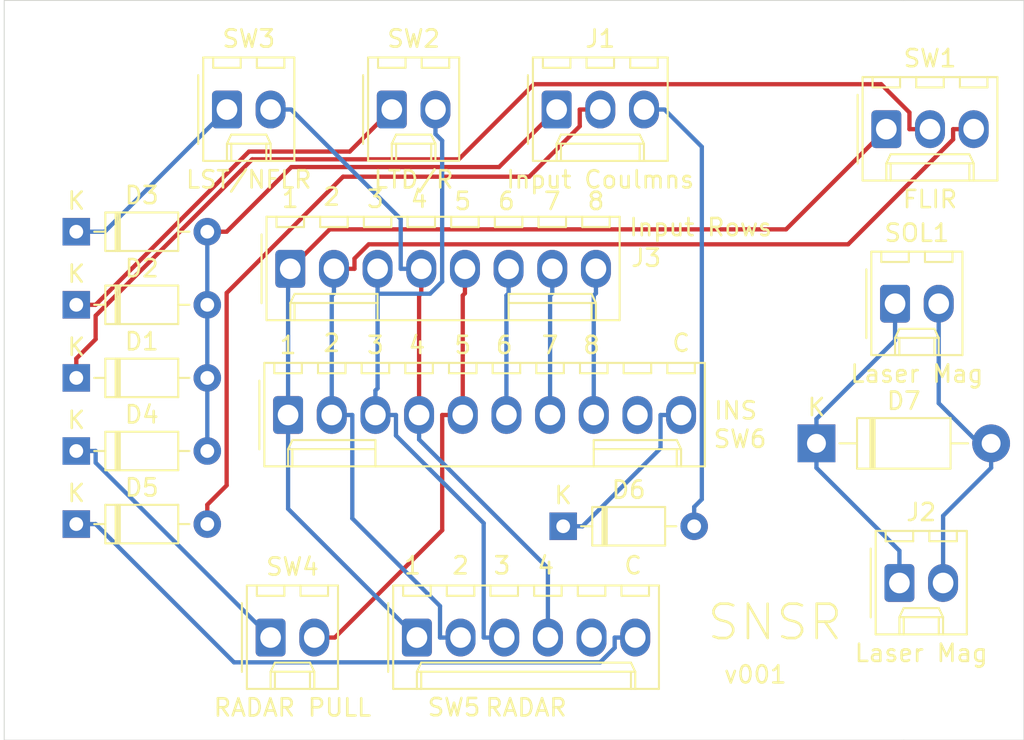
<source format=kicad_pcb>
(kicad_pcb (version 20171130) (host pcbnew "(5.1.5-0-10_14)")

  (general
    (thickness 1.6)
    (drawings 30)
    (tracks 123)
    (zones 0)
    (modules 21)
    (nets 20)
  )

  (page A4)
  (layers
    (0 F.Cu signal)
    (31 B.Cu signal)
    (32 B.Adhes user)
    (33 F.Adhes user)
    (34 B.Paste user)
    (35 F.Paste user)
    (36 B.SilkS user)
    (37 F.SilkS user)
    (38 B.Mask user)
    (39 F.Mask user)
    (40 Dwgs.User user)
    (41 Cmts.User user)
    (42 Eco1.User user)
    (43 Eco2.User user)
    (44 Edge.Cuts user)
    (45 Margin user)
    (46 B.CrtYd user)
    (47 F.CrtYd user)
    (48 B.Fab user)
    (49 F.Fab user)
  )

  (setup
    (last_trace_width 0.25)
    (trace_clearance 0.2)
    (zone_clearance 0.508)
    (zone_45_only no)
    (trace_min 0.2)
    (via_size 0.8)
    (via_drill 0.4)
    (via_min_size 0.4)
    (via_min_drill 0.3)
    (uvia_size 0.3)
    (uvia_drill 0.1)
    (uvias_allowed no)
    (uvia_min_size 0.2)
    (uvia_min_drill 0.1)
    (edge_width 0.05)
    (segment_width 0.2)
    (pcb_text_width 0.3)
    (pcb_text_size 1.5 1.5)
    (mod_edge_width 0.12)
    (mod_text_size 1 1)
    (mod_text_width 0.15)
    (pad_size 1.524 1.524)
    (pad_drill 0.762)
    (pad_to_mask_clearance 0.051)
    (solder_mask_min_width 0.25)
    (aux_axis_origin 0 0)
    (visible_elements FFFFFF7F)
    (pcbplotparams
      (layerselection 0x010fc_ffffffff)
      (usegerberextensions false)
      (usegerberattributes false)
      (usegerberadvancedattributes false)
      (creategerberjobfile false)
      (excludeedgelayer true)
      (linewidth 0.100000)
      (plotframeref false)
      (viasonmask false)
      (mode 1)
      (useauxorigin false)
      (hpglpennumber 1)
      (hpglpenspeed 20)
      (hpglpendiameter 15.000000)
      (psnegative false)
      (psa4output false)
      (plotreference true)
      (plotvalue true)
      (plotinvisibletext false)
      (padsonsilk false)
      (subtractmaskfromsilk false)
      (outputformat 1)
      (mirror false)
      (drillshape 1)
      (scaleselection 1)
      (outputdirectory ""))
  )

  (net 0 "")
  (net 1 "Net-(D1-Pad2)")
  (net 2 "Net-(D1-Pad1)")
  (net 3 "Net-(D2-Pad1)")
  (net 4 "Net-(D3-Pad1)")
  (net 5 "Net-(D4-Pad1)")
  (net 6 "Net-(D5-Pad1)")
  (net 7 /Col2)
  (net 8 "Net-(D6-Pad1)")
  (net 9 /Col3)
  (net 10 /Row8)
  (net 11 /Row7)
  (net 12 /Row6)
  (net 13 /Row5)
  (net 14 /Row4)
  (net 15 /Row3)
  (net 16 /Row2)
  (net 17 /Row1)
  (net 18 "Net-(D7-Pad2)")
  (net 19 "Net-(D7-Pad1)")

  (net_class Default "This is the default net class."
    (clearance 0.2)
    (trace_width 0.25)
    (via_dia 0.8)
    (via_drill 0.4)
    (uvia_dia 0.3)
    (uvia_drill 0.1)
    (add_net /Col2)
    (add_net /Col3)
    (add_net /Row1)
    (add_net /Row2)
    (add_net /Row3)
    (add_net /Row4)
    (add_net /Row5)
    (add_net /Row6)
    (add_net /Row7)
    (add_net /Row8)
    (add_net "Net-(D1-Pad1)")
    (add_net "Net-(D1-Pad2)")
    (add_net "Net-(D2-Pad1)")
    (add_net "Net-(D3-Pad1)")
    (add_net "Net-(D4-Pad1)")
    (add_net "Net-(D5-Pad1)")
    (add_net "Net-(D6-Pad1)")
    (add_net "Net-(D7-Pad1)")
    (add_net "Net-(D7-Pad2)")
  )

  (module PT_Library_v001:Molex_1x02_P2.54mm_Vertical (layer F.Cu) (tedit 5B78013E) (tstamp 606A76B6)
    (at 163.703 100.203)
    (descr "Molex KK-254 Interconnect System, old/engineering part number: AE-6410-02A example for new part number: 22-27-2021, 2 Pins (http://www.molex.com/pdm_docs/sd/022272021_sd.pdf), generated with kicad-footprint-generator")
    (tags "connector Molex KK-254 side entry")
    (path /606AA8A0)
    (fp_text reference SOL1 (at 1.27 -4.12) (layer F.SilkS)
      (effects (font (size 1 1) (thickness 0.15)))
    )
    (fp_text value "Laser Mag" (at 1.27 4.08) (layer F.SilkS)
      (effects (font (size 1 1) (thickness 0.15)))
    )
    (fp_text user %R (at 1.27 -2.22) (layer F.Fab)
      (effects (font (size 1 1) (thickness 0.15)))
    )
    (fp_line (start 4.31 -3.42) (end -1.77 -3.42) (layer F.CrtYd) (width 0.05))
    (fp_line (start 4.31 3.38) (end 4.31 -3.42) (layer F.CrtYd) (width 0.05))
    (fp_line (start -1.77 3.38) (end 4.31 3.38) (layer F.CrtYd) (width 0.05))
    (fp_line (start -1.77 -3.42) (end -1.77 3.38) (layer F.CrtYd) (width 0.05))
    (fp_line (start 3.34 -2.43) (end 3.34 -3.03) (layer F.SilkS) (width 0.12))
    (fp_line (start 1.74 -2.43) (end 3.34 -2.43) (layer F.SilkS) (width 0.12))
    (fp_line (start 1.74 -3.03) (end 1.74 -2.43) (layer F.SilkS) (width 0.12))
    (fp_line (start 0.8 -2.43) (end 0.8 -3.03) (layer F.SilkS) (width 0.12))
    (fp_line (start -0.8 -2.43) (end 0.8 -2.43) (layer F.SilkS) (width 0.12))
    (fp_line (start -0.8 -3.03) (end -0.8 -2.43) (layer F.SilkS) (width 0.12))
    (fp_line (start 2.29 2.99) (end 2.29 1.99) (layer F.SilkS) (width 0.12))
    (fp_line (start 0.25 2.99) (end 0.25 1.99) (layer F.SilkS) (width 0.12))
    (fp_line (start 2.29 1.46) (end 2.54 1.99) (layer F.SilkS) (width 0.12))
    (fp_line (start 0.25 1.46) (end 2.29 1.46) (layer F.SilkS) (width 0.12))
    (fp_line (start 0 1.99) (end 0.25 1.46) (layer F.SilkS) (width 0.12))
    (fp_line (start 2.54 1.99) (end 2.54 2.99) (layer F.SilkS) (width 0.12))
    (fp_line (start 0 1.99) (end 2.54 1.99) (layer F.SilkS) (width 0.12))
    (fp_line (start 0 2.99) (end 0 1.99) (layer F.SilkS) (width 0.12))
    (fp_line (start -0.562893 0) (end -1.27 0.5) (layer F.Fab) (width 0.1))
    (fp_line (start -1.27 -0.5) (end -0.562893 0) (layer F.Fab) (width 0.1))
    (fp_line (start -1.67 -2) (end -1.67 2) (layer F.SilkS) (width 0.12))
    (fp_line (start 3.92 -3.03) (end -1.38 -3.03) (layer F.SilkS) (width 0.12))
    (fp_line (start 3.92 2.99) (end 3.92 -3.03) (layer F.SilkS) (width 0.12))
    (fp_line (start -1.38 2.99) (end 3.92 2.99) (layer F.SilkS) (width 0.12))
    (fp_line (start -1.38 -3.03) (end -1.38 2.99) (layer F.SilkS) (width 0.12))
    (fp_line (start 3.81 -2.92) (end -1.27 -2.92) (layer F.Fab) (width 0.1))
    (fp_line (start 3.81 2.88) (end 3.81 -2.92) (layer F.Fab) (width 0.1))
    (fp_line (start -1.27 2.88) (end 3.81 2.88) (layer F.Fab) (width 0.1))
    (fp_line (start -1.27 -2.92) (end -1.27 2.88) (layer F.Fab) (width 0.1))
    (pad 2 thru_hole oval (at 2.54 0) (size 1.74 2.2) (drill 1.2) (layers *.Cu *.Mask)
      (net 18 "Net-(D7-Pad2)"))
    (pad 1 thru_hole roundrect (at 0 0) (size 1.74 2.2) (drill 1.2) (layers *.Cu *.Mask) (roundrect_rratio 0.143678)
      (net 19 "Net-(D7-Pad1)"))
    (model ${KISYS3DMOD}/Connector_Molex.3dshapes/Molex_KK-254_AE-6410-02A_1x02_P2.54mm_Vertical.wrl
      (at (xyz 0 0 0))
      (scale (xyz 1 1 1))
      (rotate (xyz 0 0 0))
    )
  )

  (module PT_Library_v001:Molex_1x02_P2.54mm_Vertical (layer F.Cu) (tedit 5B78013E) (tstamp 606A7651)
    (at 163.957 116.459)
    (descr "Molex KK-254 Interconnect System, old/engineering part number: AE-6410-02A example for new part number: 22-27-2021, 2 Pins (http://www.molex.com/pdm_docs/sd/022272021_sd.pdf), generated with kicad-footprint-generator")
    (tags "connector Molex KK-254 side entry")
    (path /606A8C4C)
    (fp_text reference J2 (at 1.27 -4.12) (layer F.SilkS)
      (effects (font (size 1 1) (thickness 0.15)))
    )
    (fp_text value "Laser Mag" (at 1.27 4.08) (layer F.SilkS)
      (effects (font (size 1 1) (thickness 0.15)))
    )
    (fp_text user %R (at 1.27 -2.22) (layer F.Fab)
      (effects (font (size 1 1) (thickness 0.15)))
    )
    (fp_line (start 4.31 -3.42) (end -1.77 -3.42) (layer F.CrtYd) (width 0.05))
    (fp_line (start 4.31 3.38) (end 4.31 -3.42) (layer F.CrtYd) (width 0.05))
    (fp_line (start -1.77 3.38) (end 4.31 3.38) (layer F.CrtYd) (width 0.05))
    (fp_line (start -1.77 -3.42) (end -1.77 3.38) (layer F.CrtYd) (width 0.05))
    (fp_line (start 3.34 -2.43) (end 3.34 -3.03) (layer F.SilkS) (width 0.12))
    (fp_line (start 1.74 -2.43) (end 3.34 -2.43) (layer F.SilkS) (width 0.12))
    (fp_line (start 1.74 -3.03) (end 1.74 -2.43) (layer F.SilkS) (width 0.12))
    (fp_line (start 0.8 -2.43) (end 0.8 -3.03) (layer F.SilkS) (width 0.12))
    (fp_line (start -0.8 -2.43) (end 0.8 -2.43) (layer F.SilkS) (width 0.12))
    (fp_line (start -0.8 -3.03) (end -0.8 -2.43) (layer F.SilkS) (width 0.12))
    (fp_line (start 2.29 2.99) (end 2.29 1.99) (layer F.SilkS) (width 0.12))
    (fp_line (start 0.25 2.99) (end 0.25 1.99) (layer F.SilkS) (width 0.12))
    (fp_line (start 2.29 1.46) (end 2.54 1.99) (layer F.SilkS) (width 0.12))
    (fp_line (start 0.25 1.46) (end 2.29 1.46) (layer F.SilkS) (width 0.12))
    (fp_line (start 0 1.99) (end 0.25 1.46) (layer F.SilkS) (width 0.12))
    (fp_line (start 2.54 1.99) (end 2.54 2.99) (layer F.SilkS) (width 0.12))
    (fp_line (start 0 1.99) (end 2.54 1.99) (layer F.SilkS) (width 0.12))
    (fp_line (start 0 2.99) (end 0 1.99) (layer F.SilkS) (width 0.12))
    (fp_line (start -0.562893 0) (end -1.27 0.5) (layer F.Fab) (width 0.1))
    (fp_line (start -1.27 -0.5) (end -0.562893 0) (layer F.Fab) (width 0.1))
    (fp_line (start -1.67 -2) (end -1.67 2) (layer F.SilkS) (width 0.12))
    (fp_line (start 3.92 -3.03) (end -1.38 -3.03) (layer F.SilkS) (width 0.12))
    (fp_line (start 3.92 2.99) (end 3.92 -3.03) (layer F.SilkS) (width 0.12))
    (fp_line (start -1.38 2.99) (end 3.92 2.99) (layer F.SilkS) (width 0.12))
    (fp_line (start -1.38 -3.03) (end -1.38 2.99) (layer F.SilkS) (width 0.12))
    (fp_line (start 3.81 -2.92) (end -1.27 -2.92) (layer F.Fab) (width 0.1))
    (fp_line (start 3.81 2.88) (end 3.81 -2.92) (layer F.Fab) (width 0.1))
    (fp_line (start -1.27 2.88) (end 3.81 2.88) (layer F.Fab) (width 0.1))
    (fp_line (start -1.27 -2.92) (end -1.27 2.88) (layer F.Fab) (width 0.1))
    (pad 2 thru_hole oval (at 2.54 0) (size 1.74 2.2) (drill 1.2) (layers *.Cu *.Mask)
      (net 18 "Net-(D7-Pad2)"))
    (pad 1 thru_hole roundrect (at 0 0) (size 1.74 2.2) (drill 1.2) (layers *.Cu *.Mask) (roundrect_rratio 0.143678)
      (net 19 "Net-(D7-Pad1)"))
    (model ${KISYS3DMOD}/Connector_Molex.3dshapes/Molex_KK-254_AE-6410-02A_1x02_P2.54mm_Vertical.wrl
      (at (xyz 0 0 0))
      (scale (xyz 1 1 1))
      (rotate (xyz 0 0 0))
    )
  )

  (module Diode_THT:D_DO-41_SOD81_P10.16mm_Horizontal (layer F.Cu) (tedit 5AE50CD5) (tstamp 606A75A7)
    (at 159.131 108.331)
    (descr "Diode, DO-41_SOD81 series, Axial, Horizontal, pin pitch=10.16mm, , length*diameter=5.2*2.7mm^2, , http://www.diodes.com/_files/packages/DO-41%20(Plastic).pdf")
    (tags "Diode DO-41_SOD81 series Axial Horizontal pin pitch 10.16mm  length 5.2mm diameter 2.7mm")
    (path /606AB890)
    (fp_text reference D7 (at 5.08 -2.47) (layer F.SilkS)
      (effects (font (size 1 1) (thickness 0.15)))
    )
    (fp_text value 1N4001 (at 5.08 2.47) (layer F.Fab)
      (effects (font (size 1 1) (thickness 0.15)))
    )
    (fp_text user K (at 0 -2.1) (layer F.SilkS)
      (effects (font (size 1 1) (thickness 0.15)))
    )
    (fp_text user K (at 0 -2.1) (layer F.Fab)
      (effects (font (size 1 1) (thickness 0.15)))
    )
    (fp_text user %R (at 5.47 0) (layer F.Fab)
      (effects (font (size 1 1) (thickness 0.15)))
    )
    (fp_line (start 11.51 -1.6) (end -1.35 -1.6) (layer F.CrtYd) (width 0.05))
    (fp_line (start 11.51 1.6) (end 11.51 -1.6) (layer F.CrtYd) (width 0.05))
    (fp_line (start -1.35 1.6) (end 11.51 1.6) (layer F.CrtYd) (width 0.05))
    (fp_line (start -1.35 -1.6) (end -1.35 1.6) (layer F.CrtYd) (width 0.05))
    (fp_line (start 3.14 -1.47) (end 3.14 1.47) (layer F.SilkS) (width 0.12))
    (fp_line (start 3.38 -1.47) (end 3.38 1.47) (layer F.SilkS) (width 0.12))
    (fp_line (start 3.26 -1.47) (end 3.26 1.47) (layer F.SilkS) (width 0.12))
    (fp_line (start 8.82 0) (end 7.8 0) (layer F.SilkS) (width 0.12))
    (fp_line (start 1.34 0) (end 2.36 0) (layer F.SilkS) (width 0.12))
    (fp_line (start 7.8 -1.47) (end 2.36 -1.47) (layer F.SilkS) (width 0.12))
    (fp_line (start 7.8 1.47) (end 7.8 -1.47) (layer F.SilkS) (width 0.12))
    (fp_line (start 2.36 1.47) (end 7.8 1.47) (layer F.SilkS) (width 0.12))
    (fp_line (start 2.36 -1.47) (end 2.36 1.47) (layer F.SilkS) (width 0.12))
    (fp_line (start 3.16 -1.35) (end 3.16 1.35) (layer F.Fab) (width 0.1))
    (fp_line (start 3.36 -1.35) (end 3.36 1.35) (layer F.Fab) (width 0.1))
    (fp_line (start 3.26 -1.35) (end 3.26 1.35) (layer F.Fab) (width 0.1))
    (fp_line (start 10.16 0) (end 7.68 0) (layer F.Fab) (width 0.1))
    (fp_line (start 0 0) (end 2.48 0) (layer F.Fab) (width 0.1))
    (fp_line (start 7.68 -1.35) (end 2.48 -1.35) (layer F.Fab) (width 0.1))
    (fp_line (start 7.68 1.35) (end 7.68 -1.35) (layer F.Fab) (width 0.1))
    (fp_line (start 2.48 1.35) (end 7.68 1.35) (layer F.Fab) (width 0.1))
    (fp_line (start 2.48 -1.35) (end 2.48 1.35) (layer F.Fab) (width 0.1))
    (pad 2 thru_hole oval (at 10.16 0) (size 2.2 2.2) (drill 1.1) (layers *.Cu *.Mask)
      (net 18 "Net-(D7-Pad2)"))
    (pad 1 thru_hole rect (at 0 0) (size 2.2 2.2) (drill 1.1) (layers *.Cu *.Mask)
      (net 19 "Net-(D7-Pad1)"))
    (model ${KISYS3DMOD}/Diode_THT.3dshapes/D_DO-41_SOD81_P10.16mm_Horizontal.wrl
      (at (xyz 0 0 0))
      (scale (xyz 1 1 1))
      (rotate (xyz 0 0 0))
    )
  )

  (module MountingHole:MountingHole_3.2mm_M3 locked (layer F.Cu) (tedit 56D1B4CB) (tstamp 60681855)
    (at 116.789 89.789)
    (descr "Mounting Hole 3.2mm, no annular, M3")
    (tags "mounting hole 3.2mm no annular m3")
    (path /6068B1A8)
    (attr virtual)
    (fp_text reference H4 (at 0 -4.2) (layer F.SilkS) hide
      (effects (font (size 1 1) (thickness 0.15)))
    )
    (fp_text value MountingHole (at 0 4.2) (layer F.Fab)
      (effects (font (size 1 1) (thickness 0.15)))
    )
    (fp_circle (center 0 0) (end 3.45 0) (layer F.CrtYd) (width 0.05))
    (fp_circle (center 0 0) (end 3.2 0) (layer Cmts.User) (width 0.15))
    (fp_text user %R (at 0.3 0) (layer F.Fab)
      (effects (font (size 1 1) (thickness 0.15)))
    )
    (pad 1 np_thru_hole circle (at 0 0) (size 3.2 3.2) (drill 3.2) (layers *.Cu *.Mask))
  )

  (module MountingHole:MountingHole_3.2mm_M3 locked (layer F.Cu) (tedit 56D1B4CB) (tstamp 6068184D)
    (at 156.789 89.789)
    (descr "Mounting Hole 3.2mm, no annular, M3")
    (tags "mounting hole 3.2mm no annular m3")
    (path /6068AE2B)
    (attr virtual)
    (fp_text reference H3 (at 0 -4.2) (layer F.SilkS) hide
      (effects (font (size 1 1) (thickness 0.15)))
    )
    (fp_text value MountingHole (at 0 4.2) (layer F.Fab)
      (effects (font (size 1 1) (thickness 0.15)))
    )
    (fp_circle (center 0 0) (end 3.45 0) (layer F.CrtYd) (width 0.05))
    (fp_circle (center 0 0) (end 3.2 0) (layer Cmts.User) (width 0.15))
    (fp_text user %R (at 0.3 0) (layer F.Fab)
      (effects (font (size 1 1) (thickness 0.15)))
    )
    (pad 1 np_thru_hole circle (at 0 0) (size 3.2 3.2) (drill 3.2) (layers *.Cu *.Mask))
  )

  (module MountingHole:MountingHole_3.2mm_M3 locked (layer F.Cu) (tedit 56D1B4CB) (tstamp 60681E87)
    (at 156.789 113.789)
    (descr "Mounting Hole 3.2mm, no annular, M3")
    (tags "mounting hole 3.2mm no annular m3")
    (path /6068AAFF)
    (attr virtual)
    (fp_text reference H2 (at 0 -4.2) (layer F.SilkS) hide
      (effects (font (size 1 1) (thickness 0.15)))
    )
    (fp_text value MountingHole (at 0 4.2) (layer F.Fab)
      (effects (font (size 1 1) (thickness 0.15)))
    )
    (fp_circle (center 0 0) (end 3.45 0) (layer F.CrtYd) (width 0.05))
    (fp_circle (center 0 0) (end 3.2 0) (layer Cmts.User) (width 0.15))
    (fp_text user %R (at 0.3 0) (layer F.Fab)
      (effects (font (size 1 1) (thickness 0.15)))
    )
    (pad 1 np_thru_hole circle (at 0 0) (size 3.2 3.2) (drill 3.2) (layers *.Cu *.Mask))
  )

  (module MountingHole:MountingHole_3.2mm_M3 locked (layer F.Cu) (tedit 56D1B4CB) (tstamp 6068183D)
    (at 116.789 118.789)
    (descr "Mounting Hole 3.2mm, no annular, M3")
    (tags "mounting hole 3.2mm no annular m3")
    (path /6068A7ED)
    (attr virtual)
    (fp_text reference H1 (at 0 -4.2) (layer F.SilkS) hide
      (effects (font (size 1 1) (thickness 0.15)))
    )
    (fp_text value MountingHole (at 0 4.2) (layer F.Fab)
      (effects (font (size 1 1) (thickness 0.15)))
    )
    (fp_circle (center 0 0) (end 3.45 0) (layer F.CrtYd) (width 0.05))
    (fp_circle (center 0 0) (end 3.2 0) (layer Cmts.User) (width 0.15))
    (fp_text user %R (at 0.3 0) (layer F.Fab)
      (effects (font (size 1 1) (thickness 0.15)))
    )
    (pad 1 np_thru_hole circle (at 0 0) (size 3.2 3.2) (drill 3.2) (layers *.Cu *.Mask))
  )

  (module PT_Library_v001:Molex_1x06_P2.54mm_Vertical (layer F.Cu) (tedit 5B78013E) (tstamp 60680957)
    (at 135.89 119.634)
    (descr "Molex KK-254 Interconnect System, old/engineering part number: AE-6410-06A example for new part number: 22-27-2061, 6 Pins (http://www.molex.com/pdm_docs/sd/022272021_sd.pdf), generated with kicad-footprint-generator")
    (tags "connector Molex KK-254 side entry")
    (path /60681E61)
    (fp_text reference SW5 (at 2.159 4.064) (layer F.SilkS)
      (effects (font (size 1 1) (thickness 0.15)))
    )
    (fp_text value RADAR (at 6.35 4.08) (layer F.SilkS)
      (effects (font (size 1 1) (thickness 0.15)))
    )
    (fp_text user %R (at 6.35 -2.22) (layer F.Fab)
      (effects (font (size 1 1) (thickness 0.15)))
    )
    (fp_line (start 14.47 -3.42) (end -1.77 -3.42) (layer F.CrtYd) (width 0.05))
    (fp_line (start 14.47 3.38) (end 14.47 -3.42) (layer F.CrtYd) (width 0.05))
    (fp_line (start -1.77 3.38) (end 14.47 3.38) (layer F.CrtYd) (width 0.05))
    (fp_line (start -1.77 -3.42) (end -1.77 3.38) (layer F.CrtYd) (width 0.05))
    (fp_line (start 13.5 -2.43) (end 13.5 -3.03) (layer F.SilkS) (width 0.12))
    (fp_line (start 11.9 -2.43) (end 13.5 -2.43) (layer F.SilkS) (width 0.12))
    (fp_line (start 11.9 -3.03) (end 11.9 -2.43) (layer F.SilkS) (width 0.12))
    (fp_line (start 10.96 -2.43) (end 10.96 -3.03) (layer F.SilkS) (width 0.12))
    (fp_line (start 9.36 -2.43) (end 10.96 -2.43) (layer F.SilkS) (width 0.12))
    (fp_line (start 9.36 -3.03) (end 9.36 -2.43) (layer F.SilkS) (width 0.12))
    (fp_line (start 8.42 -2.43) (end 8.42 -3.03) (layer F.SilkS) (width 0.12))
    (fp_line (start 6.82 -2.43) (end 8.42 -2.43) (layer F.SilkS) (width 0.12))
    (fp_line (start 6.82 -3.03) (end 6.82 -2.43) (layer F.SilkS) (width 0.12))
    (fp_line (start 5.88 -2.43) (end 5.88 -3.03) (layer F.SilkS) (width 0.12))
    (fp_line (start 4.28 -2.43) (end 5.88 -2.43) (layer F.SilkS) (width 0.12))
    (fp_line (start 4.28 -3.03) (end 4.28 -2.43) (layer F.SilkS) (width 0.12))
    (fp_line (start 3.34 -2.43) (end 3.34 -3.03) (layer F.SilkS) (width 0.12))
    (fp_line (start 1.74 -2.43) (end 3.34 -2.43) (layer F.SilkS) (width 0.12))
    (fp_line (start 1.74 -3.03) (end 1.74 -2.43) (layer F.SilkS) (width 0.12))
    (fp_line (start 0.8 -2.43) (end 0.8 -3.03) (layer F.SilkS) (width 0.12))
    (fp_line (start -0.8 -2.43) (end 0.8 -2.43) (layer F.SilkS) (width 0.12))
    (fp_line (start -0.8 -3.03) (end -0.8 -2.43) (layer F.SilkS) (width 0.12))
    (fp_line (start 12.45 2.99) (end 12.45 1.99) (layer F.SilkS) (width 0.12))
    (fp_line (start 0.25 2.99) (end 0.25 1.99) (layer F.SilkS) (width 0.12))
    (fp_line (start 12.45 1.46) (end 12.7 1.99) (layer F.SilkS) (width 0.12))
    (fp_line (start 0.25 1.46) (end 12.45 1.46) (layer F.SilkS) (width 0.12))
    (fp_line (start 0 1.99) (end 0.25 1.46) (layer F.SilkS) (width 0.12))
    (fp_line (start 12.7 1.99) (end 12.7 2.99) (layer F.SilkS) (width 0.12))
    (fp_line (start 0 1.99) (end 12.7 1.99) (layer F.SilkS) (width 0.12))
    (fp_line (start 0 2.99) (end 0 1.99) (layer F.SilkS) (width 0.12))
    (fp_line (start -0.562893 0) (end -1.27 0.5) (layer F.Fab) (width 0.1))
    (fp_line (start -1.27 -0.5) (end -0.562893 0) (layer F.Fab) (width 0.1))
    (fp_line (start -1.67 -2) (end -1.67 2) (layer F.SilkS) (width 0.12))
    (fp_line (start 14.08 -3.03) (end -1.38 -3.03) (layer F.SilkS) (width 0.12))
    (fp_line (start 14.08 2.99) (end 14.08 -3.03) (layer F.SilkS) (width 0.12))
    (fp_line (start -1.38 2.99) (end 14.08 2.99) (layer F.SilkS) (width 0.12))
    (fp_line (start -1.38 -3.03) (end -1.38 2.99) (layer F.SilkS) (width 0.12))
    (fp_line (start 13.97 -2.92) (end -1.27 -2.92) (layer F.Fab) (width 0.1))
    (fp_line (start 13.97 2.88) (end 13.97 -2.92) (layer F.Fab) (width 0.1))
    (fp_line (start -1.27 2.88) (end 13.97 2.88) (layer F.Fab) (width 0.1))
    (fp_line (start -1.27 -2.92) (end -1.27 2.88) (layer F.Fab) (width 0.1))
    (pad 6 thru_hole oval (at 12.7 0) (size 1.74 2.2) (drill 1.2) (layers *.Cu *.Mask)
      (net 6 "Net-(D5-Pad1)"))
    (pad 5 thru_hole oval (at 10.16 0) (size 1.74 2.2) (drill 1.2) (layers *.Cu *.Mask))
    (pad 4 thru_hole oval (at 7.62 0) (size 1.74 2.2) (drill 1.2) (layers *.Cu *.Mask)
      (net 14 /Row4))
    (pad 3 thru_hole oval (at 5.08 0) (size 1.74 2.2) (drill 1.2) (layers *.Cu *.Mask)
      (net 15 /Row3))
    (pad 2 thru_hole oval (at 2.54 0) (size 1.74 2.2) (drill 1.2) (layers *.Cu *.Mask)
      (net 16 /Row2))
    (pad 1 thru_hole roundrect (at 0 0) (size 1.74 2.2) (drill 1.2) (layers *.Cu *.Mask) (roundrect_rratio 0.143678)
      (net 17 /Row1))
    (model ${KISYS3DMOD}/Connector_Molex.3dshapes/Molex_KK-254_AE-6410-06A_1x06_P2.54mm_Vertical.wrl
      (at (xyz 0 0 0))
      (scale (xyz 1 1 1))
      (rotate (xyz 0 0 0))
    )
  )

  (module PT_Library_v001:Molex_1x10_P2.54mm_Vertical (layer F.Cu) (tedit 5B78013E) (tstamp 6067F3B7)
    (at 128.397 106.68)
    (descr "Molex KK-254 Interconnect System, old/engineering part number: AE-6410-10A example for new part number: 22-27-2101, 10 Pins (http://www.molex.com/pdm_docs/sd/022272021_sd.pdf), generated with kicad-footprint-generator")
    (tags "connector Molex KK-254 side entry")
    (path /5FD325D9)
    (fp_text reference SW6 (at 26.289 1.397) (layer F.SilkS)
      (effects (font (size 1 1) (thickness 0.15)))
    )
    (fp_text value INS (at 26.035 -0.254) (layer F.SilkS)
      (effects (font (size 1 1) (thickness 0.15)))
    )
    (fp_text user %R (at 11.43 -2.22) (layer F.Fab)
      (effects (font (size 1 1) (thickness 0.15)))
    )
    (fp_line (start 24.63 -3.42) (end -1.77 -3.42) (layer F.CrtYd) (width 0.05))
    (fp_line (start 24.63 3.38) (end 24.63 -3.42) (layer F.CrtYd) (width 0.05))
    (fp_line (start -1.77 3.38) (end 24.63 3.38) (layer F.CrtYd) (width 0.05))
    (fp_line (start -1.77 -3.42) (end -1.77 3.38) (layer F.CrtYd) (width 0.05))
    (fp_line (start 23.66 -2.43) (end 23.66 -3.03) (layer F.SilkS) (width 0.12))
    (fp_line (start 22.06 -2.43) (end 23.66 -2.43) (layer F.SilkS) (width 0.12))
    (fp_line (start 22.06 -3.03) (end 22.06 -2.43) (layer F.SilkS) (width 0.12))
    (fp_line (start 21.12 -2.43) (end 21.12 -3.03) (layer F.SilkS) (width 0.12))
    (fp_line (start 19.52 -2.43) (end 21.12 -2.43) (layer F.SilkS) (width 0.12))
    (fp_line (start 19.52 -3.03) (end 19.52 -2.43) (layer F.SilkS) (width 0.12))
    (fp_line (start 18.58 -2.43) (end 18.58 -3.03) (layer F.SilkS) (width 0.12))
    (fp_line (start 16.98 -2.43) (end 18.58 -2.43) (layer F.SilkS) (width 0.12))
    (fp_line (start 16.98 -3.03) (end 16.98 -2.43) (layer F.SilkS) (width 0.12))
    (fp_line (start 16.04 -2.43) (end 16.04 -3.03) (layer F.SilkS) (width 0.12))
    (fp_line (start 14.44 -2.43) (end 16.04 -2.43) (layer F.SilkS) (width 0.12))
    (fp_line (start 14.44 -3.03) (end 14.44 -2.43) (layer F.SilkS) (width 0.12))
    (fp_line (start 13.5 -2.43) (end 13.5 -3.03) (layer F.SilkS) (width 0.12))
    (fp_line (start 11.9 -2.43) (end 13.5 -2.43) (layer F.SilkS) (width 0.12))
    (fp_line (start 11.9 -3.03) (end 11.9 -2.43) (layer F.SilkS) (width 0.12))
    (fp_line (start 10.96 -2.43) (end 10.96 -3.03) (layer F.SilkS) (width 0.12))
    (fp_line (start 9.36 -2.43) (end 10.96 -2.43) (layer F.SilkS) (width 0.12))
    (fp_line (start 9.36 -3.03) (end 9.36 -2.43) (layer F.SilkS) (width 0.12))
    (fp_line (start 8.42 -2.43) (end 8.42 -3.03) (layer F.SilkS) (width 0.12))
    (fp_line (start 6.82 -2.43) (end 8.42 -2.43) (layer F.SilkS) (width 0.12))
    (fp_line (start 6.82 -3.03) (end 6.82 -2.43) (layer F.SilkS) (width 0.12))
    (fp_line (start 5.88 -2.43) (end 5.88 -3.03) (layer F.SilkS) (width 0.12))
    (fp_line (start 4.28 -2.43) (end 5.88 -2.43) (layer F.SilkS) (width 0.12))
    (fp_line (start 4.28 -3.03) (end 4.28 -2.43) (layer F.SilkS) (width 0.12))
    (fp_line (start 3.34 -2.43) (end 3.34 -3.03) (layer F.SilkS) (width 0.12))
    (fp_line (start 1.74 -2.43) (end 3.34 -2.43) (layer F.SilkS) (width 0.12))
    (fp_line (start 1.74 -3.03) (end 1.74 -2.43) (layer F.SilkS) (width 0.12))
    (fp_line (start 0.8 -2.43) (end 0.8 -3.03) (layer F.SilkS) (width 0.12))
    (fp_line (start -0.8 -2.43) (end 0.8 -2.43) (layer F.SilkS) (width 0.12))
    (fp_line (start -0.8 -3.03) (end -0.8 -2.43) (layer F.SilkS) (width 0.12))
    (fp_line (start 22.61 2.99) (end 22.61 1.99) (layer F.SilkS) (width 0.12))
    (fp_line (start 17.78 1.46) (end 17.78 1.99) (layer F.SilkS) (width 0.12))
    (fp_line (start 22.61 1.46) (end 17.78 1.46) (layer F.SilkS) (width 0.12))
    (fp_line (start 22.86 1.99) (end 22.61 1.46) (layer F.SilkS) (width 0.12))
    (fp_line (start 17.78 1.99) (end 17.78 2.99) (layer F.SilkS) (width 0.12))
    (fp_line (start 22.86 1.99) (end 17.78 1.99) (layer F.SilkS) (width 0.12))
    (fp_line (start 22.86 2.99) (end 22.86 1.99) (layer F.SilkS) (width 0.12))
    (fp_line (start 0.25 2.99) (end 0.25 1.99) (layer F.SilkS) (width 0.12))
    (fp_line (start 5.08 1.46) (end 5.08 1.99) (layer F.SilkS) (width 0.12))
    (fp_line (start 0.25 1.46) (end 5.08 1.46) (layer F.SilkS) (width 0.12))
    (fp_line (start 0 1.99) (end 0.25 1.46) (layer F.SilkS) (width 0.12))
    (fp_line (start 5.08 1.99) (end 5.08 2.99) (layer F.SilkS) (width 0.12))
    (fp_line (start 0 1.99) (end 5.08 1.99) (layer F.SilkS) (width 0.12))
    (fp_line (start 0 2.99) (end 0 1.99) (layer F.SilkS) (width 0.12))
    (fp_line (start -0.562893 0) (end -1.27 0.5) (layer F.Fab) (width 0.1))
    (fp_line (start -1.27 -0.5) (end -0.562893 0) (layer F.Fab) (width 0.1))
    (fp_line (start -1.67 -2) (end -1.67 2) (layer F.SilkS) (width 0.12))
    (fp_line (start 24.24 -3.03) (end -1.38 -3.03) (layer F.SilkS) (width 0.12))
    (fp_line (start 24.24 2.99) (end 24.24 -3.03) (layer F.SilkS) (width 0.12))
    (fp_line (start -1.38 2.99) (end 24.24 2.99) (layer F.SilkS) (width 0.12))
    (fp_line (start -1.38 -3.03) (end -1.38 2.99) (layer F.SilkS) (width 0.12))
    (fp_line (start 24.13 -2.92) (end -1.27 -2.92) (layer F.Fab) (width 0.1))
    (fp_line (start 24.13 2.88) (end 24.13 -2.92) (layer F.Fab) (width 0.1))
    (fp_line (start -1.27 2.88) (end 24.13 2.88) (layer F.Fab) (width 0.1))
    (fp_line (start -1.27 -2.92) (end -1.27 2.88) (layer F.Fab) (width 0.1))
    (pad 10 thru_hole oval (at 22.86 0) (size 1.74 2.2) (drill 1.2) (layers *.Cu *.Mask)
      (net 8 "Net-(D6-Pad1)"))
    (pad 9 thru_hole oval (at 20.32 0) (size 1.74 2.2) (drill 1.2) (layers *.Cu *.Mask))
    (pad 8 thru_hole oval (at 17.78 0) (size 1.74 2.2) (drill 1.2) (layers *.Cu *.Mask)
      (net 10 /Row8))
    (pad 7 thru_hole oval (at 15.24 0) (size 1.74 2.2) (drill 1.2) (layers *.Cu *.Mask)
      (net 11 /Row7))
    (pad 6 thru_hole oval (at 12.7 0) (size 1.74 2.2) (drill 1.2) (layers *.Cu *.Mask)
      (net 12 /Row6))
    (pad 5 thru_hole oval (at 10.16 0) (size 1.74 2.2) (drill 1.2) (layers *.Cu *.Mask)
      (net 13 /Row5))
    (pad 4 thru_hole oval (at 7.62 0) (size 1.74 2.2) (drill 1.2) (layers *.Cu *.Mask)
      (net 14 /Row4))
    (pad 3 thru_hole oval (at 5.08 0) (size 1.74 2.2) (drill 1.2) (layers *.Cu *.Mask)
      (net 15 /Row3))
    (pad 2 thru_hole oval (at 2.54 0) (size 1.74 2.2) (drill 1.2) (layers *.Cu *.Mask)
      (net 16 /Row2))
    (pad 1 thru_hole roundrect (at 0 0) (size 1.74 2.2) (drill 1.2) (layers *.Cu *.Mask) (roundrect_rratio 0.143678)
      (net 17 /Row1))
    (model ${KISYS3DMOD}/Connector_Molex.3dshapes/Molex_KK-254_AE-6410-10A_1x10_P2.54mm_Vertical.wrl
      (at (xyz 0 0 0))
      (scale (xyz 1 1 1))
      (rotate (xyz 0 0 0))
    )
  )

  (module PT_Library_v001:Molex_1x02_P2.54mm_Vertical (layer F.Cu) (tedit 5B78013E) (tstamp 6067F349)
    (at 127.381 119.634)
    (descr "Molex KK-254 Interconnect System, old/engineering part number: AE-6410-02A example for new part number: 22-27-2021, 2 Pins (http://www.molex.com/pdm_docs/sd/022272021_sd.pdf), generated with kicad-footprint-generator")
    (tags "connector Molex KK-254 side entry")
    (path /5FC6A958)
    (fp_text reference SW4 (at 1.27 -4.12) (layer F.SilkS)
      (effects (font (size 1 1) (thickness 0.15)))
    )
    (fp_text value "RADAR PULL" (at 1.27 4.08) (layer F.SilkS)
      (effects (font (size 1 1) (thickness 0.15)))
    )
    (fp_text user %R (at 1.27 -2.22) (layer F.Fab)
      (effects (font (size 1 1) (thickness 0.15)))
    )
    (fp_line (start 4.31 -3.42) (end -1.77 -3.42) (layer F.CrtYd) (width 0.05))
    (fp_line (start 4.31 3.38) (end 4.31 -3.42) (layer F.CrtYd) (width 0.05))
    (fp_line (start -1.77 3.38) (end 4.31 3.38) (layer F.CrtYd) (width 0.05))
    (fp_line (start -1.77 -3.42) (end -1.77 3.38) (layer F.CrtYd) (width 0.05))
    (fp_line (start 3.34 -2.43) (end 3.34 -3.03) (layer F.SilkS) (width 0.12))
    (fp_line (start 1.74 -2.43) (end 3.34 -2.43) (layer F.SilkS) (width 0.12))
    (fp_line (start 1.74 -3.03) (end 1.74 -2.43) (layer F.SilkS) (width 0.12))
    (fp_line (start 0.8 -2.43) (end 0.8 -3.03) (layer F.SilkS) (width 0.12))
    (fp_line (start -0.8 -2.43) (end 0.8 -2.43) (layer F.SilkS) (width 0.12))
    (fp_line (start -0.8 -3.03) (end -0.8 -2.43) (layer F.SilkS) (width 0.12))
    (fp_line (start 2.29 2.99) (end 2.29 1.99) (layer F.SilkS) (width 0.12))
    (fp_line (start 0.25 2.99) (end 0.25 1.99) (layer F.SilkS) (width 0.12))
    (fp_line (start 2.29 1.46) (end 2.54 1.99) (layer F.SilkS) (width 0.12))
    (fp_line (start 0.25 1.46) (end 2.29 1.46) (layer F.SilkS) (width 0.12))
    (fp_line (start 0 1.99) (end 0.25 1.46) (layer F.SilkS) (width 0.12))
    (fp_line (start 2.54 1.99) (end 2.54 2.99) (layer F.SilkS) (width 0.12))
    (fp_line (start 0 1.99) (end 2.54 1.99) (layer F.SilkS) (width 0.12))
    (fp_line (start 0 2.99) (end 0 1.99) (layer F.SilkS) (width 0.12))
    (fp_line (start -0.562893 0) (end -1.27 0.5) (layer F.Fab) (width 0.1))
    (fp_line (start -1.27 -0.5) (end -0.562893 0) (layer F.Fab) (width 0.1))
    (fp_line (start -1.67 -2) (end -1.67 2) (layer F.SilkS) (width 0.12))
    (fp_line (start 3.92 -3.03) (end -1.38 -3.03) (layer F.SilkS) (width 0.12))
    (fp_line (start 3.92 2.99) (end 3.92 -3.03) (layer F.SilkS) (width 0.12))
    (fp_line (start -1.38 2.99) (end 3.92 2.99) (layer F.SilkS) (width 0.12))
    (fp_line (start -1.38 -3.03) (end -1.38 2.99) (layer F.SilkS) (width 0.12))
    (fp_line (start 3.81 -2.92) (end -1.27 -2.92) (layer F.Fab) (width 0.1))
    (fp_line (start 3.81 2.88) (end 3.81 -2.92) (layer F.Fab) (width 0.1))
    (fp_line (start -1.27 2.88) (end 3.81 2.88) (layer F.Fab) (width 0.1))
    (fp_line (start -1.27 -2.92) (end -1.27 2.88) (layer F.Fab) (width 0.1))
    (pad 2 thru_hole oval (at 2.54 0) (size 1.74 2.2) (drill 1.2) (layers *.Cu *.Mask)
      (net 13 /Row5))
    (pad 1 thru_hole roundrect (at 0 0) (size 1.74 2.2) (drill 1.2) (layers *.Cu *.Mask) (roundrect_rratio 0.143678)
      (net 5 "Net-(D4-Pad1)"))
    (model ${KISYS3DMOD}/Connector_Molex.3dshapes/Molex_KK-254_AE-6410-02A_1x02_P2.54mm_Vertical.wrl
      (at (xyz 0 0 0))
      (scale (xyz 1 1 1))
      (rotate (xyz 0 0 0))
    )
  )

  (module PT_Library_v001:Molex_1x02_P2.54mm_Vertical (layer F.Cu) (tedit 5B78013E) (tstamp 6067F325)
    (at 134.43 88.9)
    (descr "Molex KK-254 Interconnect System, old/engineering part number: AE-6410-02A example for new part number: 22-27-2021, 2 Pins (http://www.molex.com/pdm_docs/sd/022272021_sd.pdf), generated with kicad-footprint-generator")
    (tags "connector Molex KK-254 side entry")
    (path /5FD2E318)
    (fp_text reference SW2 (at 1.27 -4.12) (layer F.SilkS)
      (effects (font (size 1 1) (thickness 0.15)))
    )
    (fp_text value LTD/R (at 1.27 4.08) (layer F.SilkS)
      (effects (font (size 1 1) (thickness 0.15)))
    )
    (fp_text user %R (at 1.27 -2.22) (layer F.Fab)
      (effects (font (size 1 1) (thickness 0.15)))
    )
    (fp_line (start 4.31 -3.42) (end -1.77 -3.42) (layer F.CrtYd) (width 0.05))
    (fp_line (start 4.31 3.38) (end 4.31 -3.42) (layer F.CrtYd) (width 0.05))
    (fp_line (start -1.77 3.38) (end 4.31 3.38) (layer F.CrtYd) (width 0.05))
    (fp_line (start -1.77 -3.42) (end -1.77 3.38) (layer F.CrtYd) (width 0.05))
    (fp_line (start 3.34 -2.43) (end 3.34 -3.03) (layer F.SilkS) (width 0.12))
    (fp_line (start 1.74 -2.43) (end 3.34 -2.43) (layer F.SilkS) (width 0.12))
    (fp_line (start 1.74 -3.03) (end 1.74 -2.43) (layer F.SilkS) (width 0.12))
    (fp_line (start 0.8 -2.43) (end 0.8 -3.03) (layer F.SilkS) (width 0.12))
    (fp_line (start -0.8 -2.43) (end 0.8 -2.43) (layer F.SilkS) (width 0.12))
    (fp_line (start -0.8 -3.03) (end -0.8 -2.43) (layer F.SilkS) (width 0.12))
    (fp_line (start 2.29 2.99) (end 2.29 1.99) (layer F.SilkS) (width 0.12))
    (fp_line (start 0.25 2.99) (end 0.25 1.99) (layer F.SilkS) (width 0.12))
    (fp_line (start 2.29 1.46) (end 2.54 1.99) (layer F.SilkS) (width 0.12))
    (fp_line (start 0.25 1.46) (end 2.29 1.46) (layer F.SilkS) (width 0.12))
    (fp_line (start 0 1.99) (end 0.25 1.46) (layer F.SilkS) (width 0.12))
    (fp_line (start 2.54 1.99) (end 2.54 2.99) (layer F.SilkS) (width 0.12))
    (fp_line (start 0 1.99) (end 2.54 1.99) (layer F.SilkS) (width 0.12))
    (fp_line (start 0 2.99) (end 0 1.99) (layer F.SilkS) (width 0.12))
    (fp_line (start -0.562893 0) (end -1.27 0.5) (layer F.Fab) (width 0.1))
    (fp_line (start -1.27 -0.5) (end -0.562893 0) (layer F.Fab) (width 0.1))
    (fp_line (start -1.67 -2) (end -1.67 2) (layer F.SilkS) (width 0.12))
    (fp_line (start 3.92 -3.03) (end -1.38 -3.03) (layer F.SilkS) (width 0.12))
    (fp_line (start 3.92 2.99) (end 3.92 -3.03) (layer F.SilkS) (width 0.12))
    (fp_line (start -1.38 2.99) (end 3.92 2.99) (layer F.SilkS) (width 0.12))
    (fp_line (start -1.38 -3.03) (end -1.38 2.99) (layer F.SilkS) (width 0.12))
    (fp_line (start 3.81 -2.92) (end -1.27 -2.92) (layer F.Fab) (width 0.1))
    (fp_line (start 3.81 2.88) (end 3.81 -2.92) (layer F.Fab) (width 0.1))
    (fp_line (start -1.27 2.88) (end 3.81 2.88) (layer F.Fab) (width 0.1))
    (fp_line (start -1.27 -2.92) (end -1.27 2.88) (layer F.Fab) (width 0.1))
    (pad 2 thru_hole oval (at 2.54 0) (size 1.74 2.2) (drill 1.2) (layers *.Cu *.Mask)
      (net 15 /Row3))
    (pad 1 thru_hole roundrect (at 0 0) (size 1.74 2.2) (drill 1.2) (layers *.Cu *.Mask) (roundrect_rratio 0.143678)
      (net 3 "Net-(D2-Pad1)"))
    (model ${KISYS3DMOD}/Connector_Molex.3dshapes/Molex_KK-254_AE-6410-02A_1x02_P2.54mm_Vertical.wrl
      (at (xyz 0 0 0))
      (scale (xyz 1 1 1))
      (rotate (xyz 0 0 0))
    )
  )

  (module PT_Library_v001:Molex_1x02_P2.54mm_Vertical (layer F.Cu) (tedit 5B78013E) (tstamp 6067F301)
    (at 124.841 88.9)
    (descr "Molex KK-254 Interconnect System, old/engineering part number: AE-6410-02A example for new part number: 22-27-2021, 2 Pins (http://www.molex.com/pdm_docs/sd/022272021_sd.pdf), generated with kicad-footprint-generator")
    (tags "connector Molex KK-254 side entry")
    (path /5FC61E34)
    (fp_text reference SW3 (at 1.27 -4.12) (layer F.SilkS)
      (effects (font (size 1 1) (thickness 0.15)))
    )
    (fp_text value LST/NFLR (at 1.27 4.08) (layer F.SilkS)
      (effects (font (size 1 1) (thickness 0.15)))
    )
    (fp_text user %R (at 1.27 -2.22) (layer F.Fab)
      (effects (font (size 1 1) (thickness 0.15)))
    )
    (fp_line (start 4.31 -3.42) (end -1.77 -3.42) (layer F.CrtYd) (width 0.05))
    (fp_line (start 4.31 3.38) (end 4.31 -3.42) (layer F.CrtYd) (width 0.05))
    (fp_line (start -1.77 3.38) (end 4.31 3.38) (layer F.CrtYd) (width 0.05))
    (fp_line (start -1.77 -3.42) (end -1.77 3.38) (layer F.CrtYd) (width 0.05))
    (fp_line (start 3.34 -2.43) (end 3.34 -3.03) (layer F.SilkS) (width 0.12))
    (fp_line (start 1.74 -2.43) (end 3.34 -2.43) (layer F.SilkS) (width 0.12))
    (fp_line (start 1.74 -3.03) (end 1.74 -2.43) (layer F.SilkS) (width 0.12))
    (fp_line (start 0.8 -2.43) (end 0.8 -3.03) (layer F.SilkS) (width 0.12))
    (fp_line (start -0.8 -2.43) (end 0.8 -2.43) (layer F.SilkS) (width 0.12))
    (fp_line (start -0.8 -3.03) (end -0.8 -2.43) (layer F.SilkS) (width 0.12))
    (fp_line (start 2.29 2.99) (end 2.29 1.99) (layer F.SilkS) (width 0.12))
    (fp_line (start 0.25 2.99) (end 0.25 1.99) (layer F.SilkS) (width 0.12))
    (fp_line (start 2.29 1.46) (end 2.54 1.99) (layer F.SilkS) (width 0.12))
    (fp_line (start 0.25 1.46) (end 2.29 1.46) (layer F.SilkS) (width 0.12))
    (fp_line (start 0 1.99) (end 0.25 1.46) (layer F.SilkS) (width 0.12))
    (fp_line (start 2.54 1.99) (end 2.54 2.99) (layer F.SilkS) (width 0.12))
    (fp_line (start 0 1.99) (end 2.54 1.99) (layer F.SilkS) (width 0.12))
    (fp_line (start 0 2.99) (end 0 1.99) (layer F.SilkS) (width 0.12))
    (fp_line (start -0.562893 0) (end -1.27 0.5) (layer F.Fab) (width 0.1))
    (fp_line (start -1.27 -0.5) (end -0.562893 0) (layer F.Fab) (width 0.1))
    (fp_line (start -1.67 -2) (end -1.67 2) (layer F.SilkS) (width 0.12))
    (fp_line (start 3.92 -3.03) (end -1.38 -3.03) (layer F.SilkS) (width 0.12))
    (fp_line (start 3.92 2.99) (end 3.92 -3.03) (layer F.SilkS) (width 0.12))
    (fp_line (start -1.38 2.99) (end 3.92 2.99) (layer F.SilkS) (width 0.12))
    (fp_line (start -1.38 -3.03) (end -1.38 2.99) (layer F.SilkS) (width 0.12))
    (fp_line (start 3.81 -2.92) (end -1.27 -2.92) (layer F.Fab) (width 0.1))
    (fp_line (start 3.81 2.88) (end 3.81 -2.92) (layer F.Fab) (width 0.1))
    (fp_line (start -1.27 2.88) (end 3.81 2.88) (layer F.Fab) (width 0.1))
    (fp_line (start -1.27 -2.92) (end -1.27 2.88) (layer F.Fab) (width 0.1))
    (pad 2 thru_hole oval (at 2.54 0) (size 1.74 2.2) (drill 1.2) (layers *.Cu *.Mask)
      (net 14 /Row4))
    (pad 1 thru_hole roundrect (at 0 0) (size 1.74 2.2) (drill 1.2) (layers *.Cu *.Mask) (roundrect_rratio 0.143678)
      (net 4 "Net-(D3-Pad1)"))
    (model ${KISYS3DMOD}/Connector_Molex.3dshapes/Molex_KK-254_AE-6410-02A_1x02_P2.54mm_Vertical.wrl
      (at (xyz 0 0 0))
      (scale (xyz 1 1 1))
      (rotate (xyz 0 0 0))
    )
  )

  (module PT_Library_v001:Molex_1x03_P2.54mm_Vertical (layer F.Cu) (tedit 5B78013E) (tstamp 6067F2B5)
    (at 163.195 90.043)
    (descr "Molex KK-254 Interconnect System, old/engineering part number: AE-6410-03A example for new part number: 22-27-2031, 3 Pins (http://www.molex.com/pdm_docs/sd/022272021_sd.pdf), generated with kicad-footprint-generator")
    (tags "connector Molex KK-254 side entry")
    (path /5FC1E955)
    (fp_text reference SW1 (at 2.54 -4.12) (layer F.SilkS)
      (effects (font (size 1 1) (thickness 0.15)))
    )
    (fp_text value FLIR (at 2.54 4.08) (layer F.SilkS)
      (effects (font (size 1 1) (thickness 0.15)))
    )
    (fp_text user %R (at 2.54 -2.22) (layer F.Fab)
      (effects (font (size 1 1) (thickness 0.15)))
    )
    (fp_line (start 6.85 -3.42) (end -1.77 -3.42) (layer F.CrtYd) (width 0.05))
    (fp_line (start 6.85 3.38) (end 6.85 -3.42) (layer F.CrtYd) (width 0.05))
    (fp_line (start -1.77 3.38) (end 6.85 3.38) (layer F.CrtYd) (width 0.05))
    (fp_line (start -1.77 -3.42) (end -1.77 3.38) (layer F.CrtYd) (width 0.05))
    (fp_line (start 5.88 -2.43) (end 5.88 -3.03) (layer F.SilkS) (width 0.12))
    (fp_line (start 4.28 -2.43) (end 5.88 -2.43) (layer F.SilkS) (width 0.12))
    (fp_line (start 4.28 -3.03) (end 4.28 -2.43) (layer F.SilkS) (width 0.12))
    (fp_line (start 3.34 -2.43) (end 3.34 -3.03) (layer F.SilkS) (width 0.12))
    (fp_line (start 1.74 -2.43) (end 3.34 -2.43) (layer F.SilkS) (width 0.12))
    (fp_line (start 1.74 -3.03) (end 1.74 -2.43) (layer F.SilkS) (width 0.12))
    (fp_line (start 0.8 -2.43) (end 0.8 -3.03) (layer F.SilkS) (width 0.12))
    (fp_line (start -0.8 -2.43) (end 0.8 -2.43) (layer F.SilkS) (width 0.12))
    (fp_line (start -0.8 -3.03) (end -0.8 -2.43) (layer F.SilkS) (width 0.12))
    (fp_line (start 4.83 2.99) (end 4.83 1.99) (layer F.SilkS) (width 0.12))
    (fp_line (start 0.25 2.99) (end 0.25 1.99) (layer F.SilkS) (width 0.12))
    (fp_line (start 4.83 1.46) (end 5.08 1.99) (layer F.SilkS) (width 0.12))
    (fp_line (start 0.25 1.46) (end 4.83 1.46) (layer F.SilkS) (width 0.12))
    (fp_line (start 0 1.99) (end 0.25 1.46) (layer F.SilkS) (width 0.12))
    (fp_line (start 5.08 1.99) (end 5.08 2.99) (layer F.SilkS) (width 0.12))
    (fp_line (start 0 1.99) (end 5.08 1.99) (layer F.SilkS) (width 0.12))
    (fp_line (start 0 2.99) (end 0 1.99) (layer F.SilkS) (width 0.12))
    (fp_line (start -0.562893 0) (end -1.27 0.5) (layer F.Fab) (width 0.1))
    (fp_line (start -1.27 -0.5) (end -0.562893 0) (layer F.Fab) (width 0.1))
    (fp_line (start -1.67 -2) (end -1.67 2) (layer F.SilkS) (width 0.12))
    (fp_line (start 6.46 -3.03) (end -1.38 -3.03) (layer F.SilkS) (width 0.12))
    (fp_line (start 6.46 2.99) (end 6.46 -3.03) (layer F.SilkS) (width 0.12))
    (fp_line (start -1.38 2.99) (end 6.46 2.99) (layer F.SilkS) (width 0.12))
    (fp_line (start -1.38 -3.03) (end -1.38 2.99) (layer F.SilkS) (width 0.12))
    (fp_line (start 6.35 -2.92) (end -1.27 -2.92) (layer F.Fab) (width 0.1))
    (fp_line (start 6.35 2.88) (end 6.35 -2.92) (layer F.Fab) (width 0.1))
    (fp_line (start -1.27 2.88) (end 6.35 2.88) (layer F.Fab) (width 0.1))
    (fp_line (start -1.27 -2.92) (end -1.27 2.88) (layer F.Fab) (width 0.1))
    (pad 3 thru_hole oval (at 5.08 0) (size 1.74 2.2) (drill 1.2) (layers *.Cu *.Mask)
      (net 16 /Row2))
    (pad 2 thru_hole oval (at 2.54 0) (size 1.74 2.2) (drill 1.2) (layers *.Cu *.Mask)
      (net 2 "Net-(D1-Pad1)"))
    (pad 1 thru_hole roundrect (at 0 0) (size 1.74 2.2) (drill 1.2) (layers *.Cu *.Mask) (roundrect_rratio 0.143678)
      (net 17 /Row1))
    (model ${KISYS3DMOD}/Connector_Molex.3dshapes/Molex_KK-254_AE-6410-03A_1x03_P2.54mm_Vertical.wrl
      (at (xyz 0 0 0))
      (scale (xyz 1 1 1))
      (rotate (xyz 0 0 0))
    )
  )

  (module PT_Library_v001:Molex_1x08_P2.54mm_Vertical (layer F.Cu) (tedit 5B78013E) (tstamp 6067F28D)
    (at 128.524 98.171)
    (descr "Molex KK-254 Interconnect System, old/engineering part number: AE-6410-08A example for new part number: 22-27-2081, 8 Pins (http://www.molex.com/pdm_docs/sd/022272021_sd.pdf), generated with kicad-footprint-generator")
    (tags "connector Molex KK-254 side entry")
    (path /5FD352E6)
    (fp_text reference J3 (at 20.701 -0.635) (layer F.SilkS)
      (effects (font (size 1 1) (thickness 0.15)))
    )
    (fp_text value "Input Rows" (at 23.876 -2.413) (layer F.SilkS)
      (effects (font (size 1 1) (thickness 0.15)))
    )
    (fp_text user %R (at 8.89 -2.22) (layer F.Fab)
      (effects (font (size 1 1) (thickness 0.15)))
    )
    (fp_line (start 19.55 -3.42) (end -1.77 -3.42) (layer F.CrtYd) (width 0.05))
    (fp_line (start 19.55 3.38) (end 19.55 -3.42) (layer F.CrtYd) (width 0.05))
    (fp_line (start -1.77 3.38) (end 19.55 3.38) (layer F.CrtYd) (width 0.05))
    (fp_line (start -1.77 -3.42) (end -1.77 3.38) (layer F.CrtYd) (width 0.05))
    (fp_line (start 18.58 -2.43) (end 18.58 -3.03) (layer F.SilkS) (width 0.12))
    (fp_line (start 16.98 -2.43) (end 18.58 -2.43) (layer F.SilkS) (width 0.12))
    (fp_line (start 16.98 -3.03) (end 16.98 -2.43) (layer F.SilkS) (width 0.12))
    (fp_line (start 16.04 -2.43) (end 16.04 -3.03) (layer F.SilkS) (width 0.12))
    (fp_line (start 14.44 -2.43) (end 16.04 -2.43) (layer F.SilkS) (width 0.12))
    (fp_line (start 14.44 -3.03) (end 14.44 -2.43) (layer F.SilkS) (width 0.12))
    (fp_line (start 13.5 -2.43) (end 13.5 -3.03) (layer F.SilkS) (width 0.12))
    (fp_line (start 11.9 -2.43) (end 13.5 -2.43) (layer F.SilkS) (width 0.12))
    (fp_line (start 11.9 -3.03) (end 11.9 -2.43) (layer F.SilkS) (width 0.12))
    (fp_line (start 10.96 -2.43) (end 10.96 -3.03) (layer F.SilkS) (width 0.12))
    (fp_line (start 9.36 -2.43) (end 10.96 -2.43) (layer F.SilkS) (width 0.12))
    (fp_line (start 9.36 -3.03) (end 9.36 -2.43) (layer F.SilkS) (width 0.12))
    (fp_line (start 8.42 -2.43) (end 8.42 -3.03) (layer F.SilkS) (width 0.12))
    (fp_line (start 6.82 -2.43) (end 8.42 -2.43) (layer F.SilkS) (width 0.12))
    (fp_line (start 6.82 -3.03) (end 6.82 -2.43) (layer F.SilkS) (width 0.12))
    (fp_line (start 5.88 -2.43) (end 5.88 -3.03) (layer F.SilkS) (width 0.12))
    (fp_line (start 4.28 -2.43) (end 5.88 -2.43) (layer F.SilkS) (width 0.12))
    (fp_line (start 4.28 -3.03) (end 4.28 -2.43) (layer F.SilkS) (width 0.12))
    (fp_line (start 3.34 -2.43) (end 3.34 -3.03) (layer F.SilkS) (width 0.12))
    (fp_line (start 1.74 -2.43) (end 3.34 -2.43) (layer F.SilkS) (width 0.12))
    (fp_line (start 1.74 -3.03) (end 1.74 -2.43) (layer F.SilkS) (width 0.12))
    (fp_line (start 0.8 -2.43) (end 0.8 -3.03) (layer F.SilkS) (width 0.12))
    (fp_line (start -0.8 -2.43) (end 0.8 -2.43) (layer F.SilkS) (width 0.12))
    (fp_line (start -0.8 -3.03) (end -0.8 -2.43) (layer F.SilkS) (width 0.12))
    (fp_line (start 17.53 2.99) (end 17.53 1.99) (layer F.SilkS) (width 0.12))
    (fp_line (start 12.7 1.46) (end 12.7 1.99) (layer F.SilkS) (width 0.12))
    (fp_line (start 17.53 1.46) (end 12.7 1.46) (layer F.SilkS) (width 0.12))
    (fp_line (start 17.78 1.99) (end 17.53 1.46) (layer F.SilkS) (width 0.12))
    (fp_line (start 12.7 1.99) (end 12.7 2.99) (layer F.SilkS) (width 0.12))
    (fp_line (start 17.78 1.99) (end 12.7 1.99) (layer F.SilkS) (width 0.12))
    (fp_line (start 17.78 2.99) (end 17.78 1.99) (layer F.SilkS) (width 0.12))
    (fp_line (start 0.25 2.99) (end 0.25 1.99) (layer F.SilkS) (width 0.12))
    (fp_line (start 5.08 1.46) (end 5.08 1.99) (layer F.SilkS) (width 0.12))
    (fp_line (start 0.25 1.46) (end 5.08 1.46) (layer F.SilkS) (width 0.12))
    (fp_line (start 0 1.99) (end 0.25 1.46) (layer F.SilkS) (width 0.12))
    (fp_line (start 5.08 1.99) (end 5.08 2.99) (layer F.SilkS) (width 0.12))
    (fp_line (start 0 1.99) (end 5.08 1.99) (layer F.SilkS) (width 0.12))
    (fp_line (start 0 2.99) (end 0 1.99) (layer F.SilkS) (width 0.12))
    (fp_line (start -0.562893 0) (end -1.27 0.5) (layer F.Fab) (width 0.1))
    (fp_line (start -1.27 -0.5) (end -0.562893 0) (layer F.Fab) (width 0.1))
    (fp_line (start -1.67 -2) (end -1.67 2) (layer F.SilkS) (width 0.12))
    (fp_line (start 19.16 -3.03) (end -1.38 -3.03) (layer F.SilkS) (width 0.12))
    (fp_line (start 19.16 2.99) (end 19.16 -3.03) (layer F.SilkS) (width 0.12))
    (fp_line (start -1.38 2.99) (end 19.16 2.99) (layer F.SilkS) (width 0.12))
    (fp_line (start -1.38 -3.03) (end -1.38 2.99) (layer F.SilkS) (width 0.12))
    (fp_line (start 19.05 -2.92) (end -1.27 -2.92) (layer F.Fab) (width 0.1))
    (fp_line (start 19.05 2.88) (end 19.05 -2.92) (layer F.Fab) (width 0.1))
    (fp_line (start -1.27 2.88) (end 19.05 2.88) (layer F.Fab) (width 0.1))
    (fp_line (start -1.27 -2.92) (end -1.27 2.88) (layer F.Fab) (width 0.1))
    (pad 8 thru_hole oval (at 17.78 0) (size 1.74 2.2) (drill 1.2) (layers *.Cu *.Mask)
      (net 10 /Row8))
    (pad 7 thru_hole oval (at 15.24 0) (size 1.74 2.2) (drill 1.2) (layers *.Cu *.Mask)
      (net 11 /Row7))
    (pad 6 thru_hole oval (at 12.7 0) (size 1.74 2.2) (drill 1.2) (layers *.Cu *.Mask)
      (net 12 /Row6))
    (pad 5 thru_hole oval (at 10.16 0) (size 1.74 2.2) (drill 1.2) (layers *.Cu *.Mask)
      (net 13 /Row5))
    (pad 4 thru_hole oval (at 7.62 0) (size 1.74 2.2) (drill 1.2) (layers *.Cu *.Mask)
      (net 14 /Row4))
    (pad 3 thru_hole oval (at 5.08 0) (size 1.74 2.2) (drill 1.2) (layers *.Cu *.Mask)
      (net 15 /Row3))
    (pad 2 thru_hole oval (at 2.54 0) (size 1.74 2.2) (drill 1.2) (layers *.Cu *.Mask)
      (net 16 /Row2))
    (pad 1 thru_hole roundrect (at 0 0) (size 1.74 2.2) (drill 1.2) (layers *.Cu *.Mask) (roundrect_rratio 0.143678)
      (net 17 /Row1))
    (model ${KISYS3DMOD}/Connector_Molex.3dshapes/Molex_KK-254_AE-6410-08A_1x08_P2.54mm_Vertical.wrl
      (at (xyz 0 0 0))
      (scale (xyz 1 1 1))
      (rotate (xyz 0 0 0))
    )
  )

  (module PT_Library_v001:Molex_1x03_P2.54mm_Vertical (layer F.Cu) (tedit 5B78013E) (tstamp 6067F24B)
    (at 144.018 88.9)
    (descr "Molex KK-254 Interconnect System, old/engineering part number: AE-6410-03A example for new part number: 22-27-2031, 3 Pins (http://www.molex.com/pdm_docs/sd/022272021_sd.pdf), generated with kicad-footprint-generator")
    (tags "connector Molex KK-254 side entry")
    (path /5FD3E549)
    (fp_text reference J1 (at 2.54 -4.12) (layer F.SilkS)
      (effects (font (size 1 1) (thickness 0.15)))
    )
    (fp_text value "Input Coulmns" (at 2.54 4.08) (layer F.SilkS)
      (effects (font (size 1 1) (thickness 0.15)))
    )
    (fp_text user %R (at 2.54 -2.22) (layer F.Fab)
      (effects (font (size 1 1) (thickness 0.15)))
    )
    (fp_line (start 6.85 -3.42) (end -1.77 -3.42) (layer F.CrtYd) (width 0.05))
    (fp_line (start 6.85 3.38) (end 6.85 -3.42) (layer F.CrtYd) (width 0.05))
    (fp_line (start -1.77 3.38) (end 6.85 3.38) (layer F.CrtYd) (width 0.05))
    (fp_line (start -1.77 -3.42) (end -1.77 3.38) (layer F.CrtYd) (width 0.05))
    (fp_line (start 5.88 -2.43) (end 5.88 -3.03) (layer F.SilkS) (width 0.12))
    (fp_line (start 4.28 -2.43) (end 5.88 -2.43) (layer F.SilkS) (width 0.12))
    (fp_line (start 4.28 -3.03) (end 4.28 -2.43) (layer F.SilkS) (width 0.12))
    (fp_line (start 3.34 -2.43) (end 3.34 -3.03) (layer F.SilkS) (width 0.12))
    (fp_line (start 1.74 -2.43) (end 3.34 -2.43) (layer F.SilkS) (width 0.12))
    (fp_line (start 1.74 -3.03) (end 1.74 -2.43) (layer F.SilkS) (width 0.12))
    (fp_line (start 0.8 -2.43) (end 0.8 -3.03) (layer F.SilkS) (width 0.12))
    (fp_line (start -0.8 -2.43) (end 0.8 -2.43) (layer F.SilkS) (width 0.12))
    (fp_line (start -0.8 -3.03) (end -0.8 -2.43) (layer F.SilkS) (width 0.12))
    (fp_line (start 4.83 2.99) (end 4.83 1.99) (layer F.SilkS) (width 0.12))
    (fp_line (start 0.25 2.99) (end 0.25 1.99) (layer F.SilkS) (width 0.12))
    (fp_line (start 4.83 1.46) (end 5.08 1.99) (layer F.SilkS) (width 0.12))
    (fp_line (start 0.25 1.46) (end 4.83 1.46) (layer F.SilkS) (width 0.12))
    (fp_line (start 0 1.99) (end 0.25 1.46) (layer F.SilkS) (width 0.12))
    (fp_line (start 5.08 1.99) (end 5.08 2.99) (layer F.SilkS) (width 0.12))
    (fp_line (start 0 1.99) (end 5.08 1.99) (layer F.SilkS) (width 0.12))
    (fp_line (start 0 2.99) (end 0 1.99) (layer F.SilkS) (width 0.12))
    (fp_line (start -0.562893 0) (end -1.27 0.5) (layer F.Fab) (width 0.1))
    (fp_line (start -1.27 -0.5) (end -0.562893 0) (layer F.Fab) (width 0.1))
    (fp_line (start -1.67 -2) (end -1.67 2) (layer F.SilkS) (width 0.12))
    (fp_line (start 6.46 -3.03) (end -1.38 -3.03) (layer F.SilkS) (width 0.12))
    (fp_line (start 6.46 2.99) (end 6.46 -3.03) (layer F.SilkS) (width 0.12))
    (fp_line (start -1.38 2.99) (end 6.46 2.99) (layer F.SilkS) (width 0.12))
    (fp_line (start -1.38 -3.03) (end -1.38 2.99) (layer F.SilkS) (width 0.12))
    (fp_line (start 6.35 -2.92) (end -1.27 -2.92) (layer F.Fab) (width 0.1))
    (fp_line (start 6.35 2.88) (end 6.35 -2.92) (layer F.Fab) (width 0.1))
    (fp_line (start -1.27 2.88) (end 6.35 2.88) (layer F.Fab) (width 0.1))
    (fp_line (start -1.27 -2.92) (end -1.27 2.88) (layer F.Fab) (width 0.1))
    (pad 3 thru_hole oval (at 5.08 0) (size 1.74 2.2) (drill 1.2) (layers *.Cu *.Mask)
      (net 9 /Col3))
    (pad 2 thru_hole oval (at 2.54 0) (size 1.74 2.2) (drill 1.2) (layers *.Cu *.Mask)
      (net 7 /Col2))
    (pad 1 thru_hole roundrect (at 0 0) (size 1.74 2.2) (drill 1.2) (layers *.Cu *.Mask) (roundrect_rratio 0.143678)
      (net 1 "Net-(D1-Pad2)"))
    (model ${KISYS3DMOD}/Connector_Molex.3dshapes/Molex_KK-254_AE-6410-03A_1x03_P2.54mm_Vertical.wrl
      (at (xyz 0 0 0))
      (scale (xyz 1 1 1))
      (rotate (xyz 0 0 0))
    )
  )

  (module PT_Library_v001:D_Signal_P7.62mm_Horizontal (layer F.Cu) (tedit 5AE50CD5) (tstamp 6067F223)
    (at 144.399 113.157)
    (descr "Diode, DO-35_SOD27 series, Axial, Horizontal, pin pitch=7.62mm, , length*diameter=4*2mm^2, , http://www.diodes.com/_files/packages/DO-35.pdf")
    (tags "Diode DO-35_SOD27 series Axial Horizontal pin pitch 7.62mm  length 4mm diameter 2mm")
    (path /5FC2589C)
    (fp_text reference D6 (at 3.81 -2.12) (layer F.SilkS)
      (effects (font (size 1 1) (thickness 0.15)))
    )
    (fp_text value D (at 3.81 2.12) (layer F.Fab)
      (effects (font (size 1 1) (thickness 0.15)))
    )
    (fp_text user K (at 0 -1.8) (layer F.SilkS)
      (effects (font (size 1 1) (thickness 0.15)))
    )
    (fp_text user K (at 0 -1.8) (layer F.Fab)
      (effects (font (size 1 1) (thickness 0.15)))
    )
    (fp_text user %R (at 4.11 0) (layer F.Fab)
      (effects (font (size 0.8 0.8) (thickness 0.12)))
    )
    (fp_line (start 8.67 -1.25) (end -1.05 -1.25) (layer F.CrtYd) (width 0.05))
    (fp_line (start 8.67 1.25) (end 8.67 -1.25) (layer F.CrtYd) (width 0.05))
    (fp_line (start -1.05 1.25) (end 8.67 1.25) (layer F.CrtYd) (width 0.05))
    (fp_line (start -1.05 -1.25) (end -1.05 1.25) (layer F.CrtYd) (width 0.05))
    (fp_line (start 2.29 -1.12) (end 2.29 1.12) (layer F.SilkS) (width 0.12))
    (fp_line (start 2.53 -1.12) (end 2.53 1.12) (layer F.SilkS) (width 0.12))
    (fp_line (start 2.41 -1.12) (end 2.41 1.12) (layer F.SilkS) (width 0.12))
    (fp_line (start 6.58 0) (end 5.93 0) (layer F.SilkS) (width 0.12))
    (fp_line (start 1.04 0) (end 1.69 0) (layer F.SilkS) (width 0.12))
    (fp_line (start 5.93 -1.12) (end 1.69 -1.12) (layer F.SilkS) (width 0.12))
    (fp_line (start 5.93 1.12) (end 5.93 -1.12) (layer F.SilkS) (width 0.12))
    (fp_line (start 1.69 1.12) (end 5.93 1.12) (layer F.SilkS) (width 0.12))
    (fp_line (start 1.69 -1.12) (end 1.69 1.12) (layer F.SilkS) (width 0.12))
    (fp_line (start 2.31 -1) (end 2.31 1) (layer F.Fab) (width 0.1))
    (fp_line (start 2.51 -1) (end 2.51 1) (layer F.Fab) (width 0.1))
    (fp_line (start 2.41 -1) (end 2.41 1) (layer F.Fab) (width 0.1))
    (fp_line (start 7.62 0) (end 5.81 0) (layer F.Fab) (width 0.1))
    (fp_line (start 0 0) (end 1.81 0) (layer F.Fab) (width 0.1))
    (fp_line (start 5.81 -1) (end 1.81 -1) (layer F.Fab) (width 0.1))
    (fp_line (start 5.81 1) (end 5.81 -1) (layer F.Fab) (width 0.1))
    (fp_line (start 1.81 1) (end 5.81 1) (layer F.Fab) (width 0.1))
    (fp_line (start 1.81 -1) (end 1.81 1) (layer F.Fab) (width 0.1))
    (pad 2 thru_hole oval (at 7.62 0) (size 1.6 1.6) (drill 0.8) (layers *.Cu *.Mask)
      (net 9 /Col3))
    (pad 1 thru_hole rect (at 0 0) (size 1.6 1.6) (drill 0.8) (layers *.Cu *.Mask)
      (net 8 "Net-(D6-Pad1)"))
    (model ${KISYS3DMOD}/Diode_THT.3dshapes/D_DO-35_SOD27_P7.62mm_Horizontal.wrl
      (at (xyz 0 0 0))
      (scale (xyz 1 1 1))
      (rotate (xyz 0 0 0))
    )
  )

  (module PT_Library_v001:D_Signal_P7.62mm_Horizontal (layer F.Cu) (tedit 5AE50CD5) (tstamp 6067F204)
    (at 116.078 113.03)
    (descr "Diode, DO-35_SOD27 series, Axial, Horizontal, pin pitch=7.62mm, , length*diameter=4*2mm^2, , http://www.diodes.com/_files/packages/DO-35.pdf")
    (tags "Diode DO-35_SOD27 series Axial Horizontal pin pitch 7.62mm  length 4mm diameter 2mm")
    (path /5FD3680E)
    (fp_text reference D5 (at 3.81 -2.12) (layer F.SilkS)
      (effects (font (size 1 1) (thickness 0.15)))
    )
    (fp_text value D (at 3.81 2.12) (layer F.Fab)
      (effects (font (size 1 1) (thickness 0.15)))
    )
    (fp_text user K (at 0 -1.8) (layer F.SilkS)
      (effects (font (size 1 1) (thickness 0.15)))
    )
    (fp_text user K (at 0 -1.8) (layer F.Fab)
      (effects (font (size 1 1) (thickness 0.15)))
    )
    (fp_text user %R (at 4.11 0) (layer F.Fab)
      (effects (font (size 0.8 0.8) (thickness 0.12)))
    )
    (fp_line (start 8.67 -1.25) (end -1.05 -1.25) (layer F.CrtYd) (width 0.05))
    (fp_line (start 8.67 1.25) (end 8.67 -1.25) (layer F.CrtYd) (width 0.05))
    (fp_line (start -1.05 1.25) (end 8.67 1.25) (layer F.CrtYd) (width 0.05))
    (fp_line (start -1.05 -1.25) (end -1.05 1.25) (layer F.CrtYd) (width 0.05))
    (fp_line (start 2.29 -1.12) (end 2.29 1.12) (layer F.SilkS) (width 0.12))
    (fp_line (start 2.53 -1.12) (end 2.53 1.12) (layer F.SilkS) (width 0.12))
    (fp_line (start 2.41 -1.12) (end 2.41 1.12) (layer F.SilkS) (width 0.12))
    (fp_line (start 6.58 0) (end 5.93 0) (layer F.SilkS) (width 0.12))
    (fp_line (start 1.04 0) (end 1.69 0) (layer F.SilkS) (width 0.12))
    (fp_line (start 5.93 -1.12) (end 1.69 -1.12) (layer F.SilkS) (width 0.12))
    (fp_line (start 5.93 1.12) (end 5.93 -1.12) (layer F.SilkS) (width 0.12))
    (fp_line (start 1.69 1.12) (end 5.93 1.12) (layer F.SilkS) (width 0.12))
    (fp_line (start 1.69 -1.12) (end 1.69 1.12) (layer F.SilkS) (width 0.12))
    (fp_line (start 2.31 -1) (end 2.31 1) (layer F.Fab) (width 0.1))
    (fp_line (start 2.51 -1) (end 2.51 1) (layer F.Fab) (width 0.1))
    (fp_line (start 2.41 -1) (end 2.41 1) (layer F.Fab) (width 0.1))
    (fp_line (start 7.62 0) (end 5.81 0) (layer F.Fab) (width 0.1))
    (fp_line (start 0 0) (end 1.81 0) (layer F.Fab) (width 0.1))
    (fp_line (start 5.81 -1) (end 1.81 -1) (layer F.Fab) (width 0.1))
    (fp_line (start 5.81 1) (end 5.81 -1) (layer F.Fab) (width 0.1))
    (fp_line (start 1.81 1) (end 5.81 1) (layer F.Fab) (width 0.1))
    (fp_line (start 1.81 -1) (end 1.81 1) (layer F.Fab) (width 0.1))
    (pad 2 thru_hole oval (at 7.62 0) (size 1.6 1.6) (drill 0.8) (layers *.Cu *.Mask)
      (net 7 /Col2))
    (pad 1 thru_hole rect (at 0 0) (size 1.6 1.6) (drill 0.8) (layers *.Cu *.Mask)
      (net 6 "Net-(D5-Pad1)"))
    (model ${KISYS3DMOD}/Diode_THT.3dshapes/D_DO-35_SOD27_P7.62mm_Horizontal.wrl
      (at (xyz 0 0 0))
      (scale (xyz 1 1 1))
      (rotate (xyz 0 0 0))
    )
  )

  (module PT_Library_v001:D_Signal_P7.62mm_Horizontal (layer F.Cu) (tedit 5AE50CD5) (tstamp 6067F1E5)
    (at 116.078 108.776)
    (descr "Diode, DO-35_SOD27 series, Axial, Horizontal, pin pitch=7.62mm, , length*diameter=4*2mm^2, , http://www.diodes.com/_files/packages/DO-35.pdf")
    (tags "Diode DO-35_SOD27 series Axial Horizontal pin pitch 7.62mm  length 4mm diameter 2mm")
    (path /5FD38861)
    (fp_text reference D4 (at 3.81 -2.12) (layer F.SilkS)
      (effects (font (size 1 1) (thickness 0.15)))
    )
    (fp_text value D (at 3.81 2.12) (layer F.Fab)
      (effects (font (size 1 1) (thickness 0.15)))
    )
    (fp_text user K (at 0 -1.8) (layer F.SilkS)
      (effects (font (size 1 1) (thickness 0.15)))
    )
    (fp_text user K (at 0 -1.8) (layer F.Fab)
      (effects (font (size 1 1) (thickness 0.15)))
    )
    (fp_text user %R (at 4.11 0) (layer F.Fab)
      (effects (font (size 0.8 0.8) (thickness 0.12)))
    )
    (fp_line (start 8.67 -1.25) (end -1.05 -1.25) (layer F.CrtYd) (width 0.05))
    (fp_line (start 8.67 1.25) (end 8.67 -1.25) (layer F.CrtYd) (width 0.05))
    (fp_line (start -1.05 1.25) (end 8.67 1.25) (layer F.CrtYd) (width 0.05))
    (fp_line (start -1.05 -1.25) (end -1.05 1.25) (layer F.CrtYd) (width 0.05))
    (fp_line (start 2.29 -1.12) (end 2.29 1.12) (layer F.SilkS) (width 0.12))
    (fp_line (start 2.53 -1.12) (end 2.53 1.12) (layer F.SilkS) (width 0.12))
    (fp_line (start 2.41 -1.12) (end 2.41 1.12) (layer F.SilkS) (width 0.12))
    (fp_line (start 6.58 0) (end 5.93 0) (layer F.SilkS) (width 0.12))
    (fp_line (start 1.04 0) (end 1.69 0) (layer F.SilkS) (width 0.12))
    (fp_line (start 5.93 -1.12) (end 1.69 -1.12) (layer F.SilkS) (width 0.12))
    (fp_line (start 5.93 1.12) (end 5.93 -1.12) (layer F.SilkS) (width 0.12))
    (fp_line (start 1.69 1.12) (end 5.93 1.12) (layer F.SilkS) (width 0.12))
    (fp_line (start 1.69 -1.12) (end 1.69 1.12) (layer F.SilkS) (width 0.12))
    (fp_line (start 2.31 -1) (end 2.31 1) (layer F.Fab) (width 0.1))
    (fp_line (start 2.51 -1) (end 2.51 1) (layer F.Fab) (width 0.1))
    (fp_line (start 2.41 -1) (end 2.41 1) (layer F.Fab) (width 0.1))
    (fp_line (start 7.62 0) (end 5.81 0) (layer F.Fab) (width 0.1))
    (fp_line (start 0 0) (end 1.81 0) (layer F.Fab) (width 0.1))
    (fp_line (start 5.81 -1) (end 1.81 -1) (layer F.Fab) (width 0.1))
    (fp_line (start 5.81 1) (end 5.81 -1) (layer F.Fab) (width 0.1))
    (fp_line (start 1.81 1) (end 5.81 1) (layer F.Fab) (width 0.1))
    (fp_line (start 1.81 -1) (end 1.81 1) (layer F.Fab) (width 0.1))
    (pad 2 thru_hole oval (at 7.62 0) (size 1.6 1.6) (drill 0.8) (layers *.Cu *.Mask)
      (net 1 "Net-(D1-Pad2)"))
    (pad 1 thru_hole rect (at 0 0) (size 1.6 1.6) (drill 0.8) (layers *.Cu *.Mask)
      (net 5 "Net-(D4-Pad1)"))
    (model ${KISYS3DMOD}/Diode_THT.3dshapes/D_DO-35_SOD27_P7.62mm_Horizontal.wrl
      (at (xyz 0 0 0))
      (scale (xyz 1 1 1))
      (rotate (xyz 0 0 0))
    )
  )

  (module PT_Library_v001:D_Signal_P7.62mm_Horizontal (layer F.Cu) (tedit 5AE50CD5) (tstamp 6067F1C6)
    (at 116.078 100.266)
    (descr "Diode, DO-35_SOD27 series, Axial, Horizontal, pin pitch=7.62mm, , length*diameter=4*2mm^2, , http://www.diodes.com/_files/packages/DO-35.pdf")
    (tags "Diode DO-35_SOD27 series Axial Horizontal pin pitch 7.62mm  length 4mm diameter 2mm")
    (path /5FD37F81)
    (fp_text reference D2 (at 3.81 -2.12) (layer F.SilkS)
      (effects (font (size 1 1) (thickness 0.15)))
    )
    (fp_text value D (at 3.81 2.12) (layer F.Fab)
      (effects (font (size 1 1) (thickness 0.15)))
    )
    (fp_text user K (at 0 -1.8) (layer F.SilkS)
      (effects (font (size 1 1) (thickness 0.15)))
    )
    (fp_text user K (at 0 -1.8) (layer F.Fab)
      (effects (font (size 1 1) (thickness 0.15)))
    )
    (fp_text user %R (at 4.11 0) (layer F.Fab)
      (effects (font (size 0.8 0.8) (thickness 0.12)))
    )
    (fp_line (start 8.67 -1.25) (end -1.05 -1.25) (layer F.CrtYd) (width 0.05))
    (fp_line (start 8.67 1.25) (end 8.67 -1.25) (layer F.CrtYd) (width 0.05))
    (fp_line (start -1.05 1.25) (end 8.67 1.25) (layer F.CrtYd) (width 0.05))
    (fp_line (start -1.05 -1.25) (end -1.05 1.25) (layer F.CrtYd) (width 0.05))
    (fp_line (start 2.29 -1.12) (end 2.29 1.12) (layer F.SilkS) (width 0.12))
    (fp_line (start 2.53 -1.12) (end 2.53 1.12) (layer F.SilkS) (width 0.12))
    (fp_line (start 2.41 -1.12) (end 2.41 1.12) (layer F.SilkS) (width 0.12))
    (fp_line (start 6.58 0) (end 5.93 0) (layer F.SilkS) (width 0.12))
    (fp_line (start 1.04 0) (end 1.69 0) (layer F.SilkS) (width 0.12))
    (fp_line (start 5.93 -1.12) (end 1.69 -1.12) (layer F.SilkS) (width 0.12))
    (fp_line (start 5.93 1.12) (end 5.93 -1.12) (layer F.SilkS) (width 0.12))
    (fp_line (start 1.69 1.12) (end 5.93 1.12) (layer F.SilkS) (width 0.12))
    (fp_line (start 1.69 -1.12) (end 1.69 1.12) (layer F.SilkS) (width 0.12))
    (fp_line (start 2.31 -1) (end 2.31 1) (layer F.Fab) (width 0.1))
    (fp_line (start 2.51 -1) (end 2.51 1) (layer F.Fab) (width 0.1))
    (fp_line (start 2.41 -1) (end 2.41 1) (layer F.Fab) (width 0.1))
    (fp_line (start 7.62 0) (end 5.81 0) (layer F.Fab) (width 0.1))
    (fp_line (start 0 0) (end 1.81 0) (layer F.Fab) (width 0.1))
    (fp_line (start 5.81 -1) (end 1.81 -1) (layer F.Fab) (width 0.1))
    (fp_line (start 5.81 1) (end 5.81 -1) (layer F.Fab) (width 0.1))
    (fp_line (start 1.81 1) (end 5.81 1) (layer F.Fab) (width 0.1))
    (fp_line (start 1.81 -1) (end 1.81 1) (layer F.Fab) (width 0.1))
    (pad 2 thru_hole oval (at 7.62 0) (size 1.6 1.6) (drill 0.8) (layers *.Cu *.Mask)
      (net 1 "Net-(D1-Pad2)"))
    (pad 1 thru_hole rect (at 0 0) (size 1.6 1.6) (drill 0.8) (layers *.Cu *.Mask)
      (net 3 "Net-(D2-Pad1)"))
    (model ${KISYS3DMOD}/Diode_THT.3dshapes/D_DO-35_SOD27_P7.62mm_Horizontal.wrl
      (at (xyz 0 0 0))
      (scale (xyz 1 1 1))
      (rotate (xyz 0 0 0))
    )
  )

  (module PT_Library_v001:D_Signal_P7.62mm_Horizontal (layer F.Cu) (tedit 5AE50CD5) (tstamp 6067F1A7)
    (at 116.078 96.012)
    (descr "Diode, DO-35_SOD27 series, Axial, Horizontal, pin pitch=7.62mm, , length*diameter=4*2mm^2, , http://www.diodes.com/_files/packages/DO-35.pdf")
    (tags "Diode DO-35_SOD27 series Axial Horizontal pin pitch 7.62mm  length 4mm diameter 2mm")
    (path /5FD37AD0)
    (fp_text reference D3 (at 3.81 -2.12) (layer F.SilkS)
      (effects (font (size 1 1) (thickness 0.15)))
    )
    (fp_text value D (at 3.81 2.12) (layer F.Fab)
      (effects (font (size 1 1) (thickness 0.15)))
    )
    (fp_text user K (at 0 -1.8) (layer F.SilkS)
      (effects (font (size 1 1) (thickness 0.15)))
    )
    (fp_text user K (at 0 -1.8) (layer F.Fab)
      (effects (font (size 1 1) (thickness 0.15)))
    )
    (fp_text user %R (at 4.11 0) (layer F.Fab)
      (effects (font (size 0.8 0.8) (thickness 0.12)))
    )
    (fp_line (start 8.67 -1.25) (end -1.05 -1.25) (layer F.CrtYd) (width 0.05))
    (fp_line (start 8.67 1.25) (end 8.67 -1.25) (layer F.CrtYd) (width 0.05))
    (fp_line (start -1.05 1.25) (end 8.67 1.25) (layer F.CrtYd) (width 0.05))
    (fp_line (start -1.05 -1.25) (end -1.05 1.25) (layer F.CrtYd) (width 0.05))
    (fp_line (start 2.29 -1.12) (end 2.29 1.12) (layer F.SilkS) (width 0.12))
    (fp_line (start 2.53 -1.12) (end 2.53 1.12) (layer F.SilkS) (width 0.12))
    (fp_line (start 2.41 -1.12) (end 2.41 1.12) (layer F.SilkS) (width 0.12))
    (fp_line (start 6.58 0) (end 5.93 0) (layer F.SilkS) (width 0.12))
    (fp_line (start 1.04 0) (end 1.69 0) (layer F.SilkS) (width 0.12))
    (fp_line (start 5.93 -1.12) (end 1.69 -1.12) (layer F.SilkS) (width 0.12))
    (fp_line (start 5.93 1.12) (end 5.93 -1.12) (layer F.SilkS) (width 0.12))
    (fp_line (start 1.69 1.12) (end 5.93 1.12) (layer F.SilkS) (width 0.12))
    (fp_line (start 1.69 -1.12) (end 1.69 1.12) (layer F.SilkS) (width 0.12))
    (fp_line (start 2.31 -1) (end 2.31 1) (layer F.Fab) (width 0.1))
    (fp_line (start 2.51 -1) (end 2.51 1) (layer F.Fab) (width 0.1))
    (fp_line (start 2.41 -1) (end 2.41 1) (layer F.Fab) (width 0.1))
    (fp_line (start 7.62 0) (end 5.81 0) (layer F.Fab) (width 0.1))
    (fp_line (start 0 0) (end 1.81 0) (layer F.Fab) (width 0.1))
    (fp_line (start 5.81 -1) (end 1.81 -1) (layer F.Fab) (width 0.1))
    (fp_line (start 5.81 1) (end 5.81 -1) (layer F.Fab) (width 0.1))
    (fp_line (start 1.81 1) (end 5.81 1) (layer F.Fab) (width 0.1))
    (fp_line (start 1.81 -1) (end 1.81 1) (layer F.Fab) (width 0.1))
    (pad 2 thru_hole oval (at 7.62 0) (size 1.6 1.6) (drill 0.8) (layers *.Cu *.Mask)
      (net 1 "Net-(D1-Pad2)"))
    (pad 1 thru_hole rect (at 0 0) (size 1.6 1.6) (drill 0.8) (layers *.Cu *.Mask)
      (net 4 "Net-(D3-Pad1)"))
    (model ${KISYS3DMOD}/Diode_THT.3dshapes/D_DO-35_SOD27_P7.62mm_Horizontal.wrl
      (at (xyz 0 0 0))
      (scale (xyz 1 1 1))
      (rotate (xyz 0 0 0))
    )
  )

  (module PT_Library_v001:D_Signal_P7.62mm_Horizontal (layer F.Cu) (tedit 5AE50CD5) (tstamp 6067F169)
    (at 116.078 104.521)
    (descr "Diode, DO-35_SOD27 series, Axial, Horizontal, pin pitch=7.62mm, , length*diameter=4*2mm^2, , http://www.diodes.com/_files/packages/DO-35.pdf")
    (tags "Diode DO-35_SOD27 series Axial Horizontal pin pitch 7.62mm  length 4mm diameter 2mm")
    (path /5FD36F3C)
    (fp_text reference D1 (at 3.81 -2.12) (layer F.SilkS)
      (effects (font (size 1 1) (thickness 0.15)))
    )
    (fp_text value D (at 3.81 2.12) (layer F.Fab)
      (effects (font (size 1 1) (thickness 0.15)))
    )
    (fp_text user K (at 0 -1.8) (layer F.SilkS)
      (effects (font (size 1 1) (thickness 0.15)))
    )
    (fp_text user K (at 0 -1.8) (layer F.Fab)
      (effects (font (size 1 1) (thickness 0.15)))
    )
    (fp_text user %R (at 4.11 0) (layer F.Fab)
      (effects (font (size 0.8 0.8) (thickness 0.12)))
    )
    (fp_line (start 8.67 -1.25) (end -1.05 -1.25) (layer F.CrtYd) (width 0.05))
    (fp_line (start 8.67 1.25) (end 8.67 -1.25) (layer F.CrtYd) (width 0.05))
    (fp_line (start -1.05 1.25) (end 8.67 1.25) (layer F.CrtYd) (width 0.05))
    (fp_line (start -1.05 -1.25) (end -1.05 1.25) (layer F.CrtYd) (width 0.05))
    (fp_line (start 2.29 -1.12) (end 2.29 1.12) (layer F.SilkS) (width 0.12))
    (fp_line (start 2.53 -1.12) (end 2.53 1.12) (layer F.SilkS) (width 0.12))
    (fp_line (start 2.41 -1.12) (end 2.41 1.12) (layer F.SilkS) (width 0.12))
    (fp_line (start 6.58 0) (end 5.93 0) (layer F.SilkS) (width 0.12))
    (fp_line (start 1.04 0) (end 1.69 0) (layer F.SilkS) (width 0.12))
    (fp_line (start 5.93 -1.12) (end 1.69 -1.12) (layer F.SilkS) (width 0.12))
    (fp_line (start 5.93 1.12) (end 5.93 -1.12) (layer F.SilkS) (width 0.12))
    (fp_line (start 1.69 1.12) (end 5.93 1.12) (layer F.SilkS) (width 0.12))
    (fp_line (start 1.69 -1.12) (end 1.69 1.12) (layer F.SilkS) (width 0.12))
    (fp_line (start 2.31 -1) (end 2.31 1) (layer F.Fab) (width 0.1))
    (fp_line (start 2.51 -1) (end 2.51 1) (layer F.Fab) (width 0.1))
    (fp_line (start 2.41 -1) (end 2.41 1) (layer F.Fab) (width 0.1))
    (fp_line (start 7.62 0) (end 5.81 0) (layer F.Fab) (width 0.1))
    (fp_line (start 0 0) (end 1.81 0) (layer F.Fab) (width 0.1))
    (fp_line (start 5.81 -1) (end 1.81 -1) (layer F.Fab) (width 0.1))
    (fp_line (start 5.81 1) (end 5.81 -1) (layer F.Fab) (width 0.1))
    (fp_line (start 1.81 1) (end 5.81 1) (layer F.Fab) (width 0.1))
    (fp_line (start 1.81 -1) (end 1.81 1) (layer F.Fab) (width 0.1))
    (pad 2 thru_hole oval (at 7.62 0) (size 1.6 1.6) (drill 0.8) (layers *.Cu *.Mask)
      (net 1 "Net-(D1-Pad2)"))
    (pad 1 thru_hole rect (at 0 0) (size 1.6 1.6) (drill 0.8) (layers *.Cu *.Mask)
      (net 2 "Net-(D1-Pad1)"))
    (model ${KISYS3DMOD}/Diode_THT.3dshapes/D_DO-35_SOD27_P7.62mm_Horizontal.wrl
      (at (xyz 0 0 0))
      (scale (xyz 1 1 1))
      (rotate (xyz 0 0 0))
    )
  )

  (gr_line (start 164.211 125.603) (end 171.196 125.603) (layer Edge.Cuts) (width 0.05))
  (gr_line (start 171.196 82.55) (end 171.196 125.603) (layer Edge.Cuts) (width 0.05))
  (gr_line (start 164.211 82.55) (end 171.196 82.55) (layer Edge.Cuts) (width 0.05))
  (gr_text C (at 148.463 115.443) (layer F.SilkS)
    (effects (font (size 1 1) (thickness 0.15)))
  )
  (gr_text 4 (at 143.383 115.443) (layer F.SilkS)
    (effects (font (size 1 1) (thickness 0.15)))
  )
  (gr_text 3 (at 140.843 115.443) (layer F.SilkS)
    (effects (font (size 1 1) (thickness 0.15)))
  )
  (gr_text 2 (at 138.43 115.443) (layer F.SilkS)
    (effects (font (size 1 1) (thickness 0.15)))
  )
  (gr_text 1 (at 135.636 115.443) (layer F.SilkS)
    (effects (font (size 1 1) (thickness 0.15)))
  )
  (gr_text 8 (at 146.304 94.234) (layer F.SilkS)
    (effects (font (size 1 1) (thickness 0.15)))
  )
  (gr_text 7 (at 143.764 94.234) (layer F.SilkS)
    (effects (font (size 1 1) (thickness 0.15)))
  )
  (gr_text 6 (at 141.097 94.234) (layer F.SilkS)
    (effects (font (size 1 1) (thickness 0.15)))
  )
  (gr_text 5 (at 138.557 94.234) (layer F.SilkS)
    (effects (font (size 1 1) (thickness 0.15)))
  )
  (gr_text 4 (at 136.017 94.107) (layer F.SilkS)
    (effects (font (size 1 1) (thickness 0.15)))
  )
  (gr_text 3 (at 133.477 94.107) (layer F.SilkS)
    (effects (font (size 1 1) (thickness 0.15)))
  )
  (gr_text 2 (at 130.937 93.98) (layer F.SilkS)
    (effects (font (size 1 1) (thickness 0.15)))
  )
  (gr_text 1 (at 128.524 94.107) (layer F.SilkS)
    (effects (font (size 1 1) (thickness 0.15)))
  )
  (gr_text C (at 151.257 102.489) (layer F.SilkS)
    (effects (font (size 1 1) (thickness 0.15)))
  )
  (gr_text 8 (at 146.05 102.616) (layer F.SilkS)
    (effects (font (size 1 1) (thickness 0.15)))
  )
  (gr_text 7 (at 143.637 102.616) (layer F.SilkS)
    (effects (font (size 1 1) (thickness 0.15)))
  )
  (gr_text 6 (at 140.97 102.616) (layer F.SilkS)
    (effects (font (size 1 1) (thickness 0.15)))
  )
  (gr_text 5 (at 138.557 102.616) (layer F.SilkS)
    (effects (font (size 1 1) (thickness 0.15)))
  )
  (gr_text 4 (at 135.89 102.616) (layer F.SilkS)
    (effects (font (size 1 1) (thickness 0.15)))
  )
  (gr_text 3 (at 133.477 102.616) (layer F.SilkS)
    (effects (font (size 1 1) (thickness 0.15)))
  )
  (gr_text 2 (at 130.937 102.489) (layer F.SilkS)
    (effects (font (size 1 1) (thickness 0.15)))
  )
  (gr_text 1 (at 128.397 102.616) (layer F.SilkS)
    (effects (font (size 1 1) (thickness 0.15)))
  )
  (gr_text "v001\n" (at 155.575 121.793) (layer F.SilkS)
    (effects (font (size 1 1) (thickness 0.15)))
  )
  (gr_text SNSR (at 156.718 118.745) (layer F.SilkS)
    (effects (font (size 2 2) (thickness 0.15)))
  )
  (gr_line (start 111.887 82.55) (end 111.887 125.603) (layer Edge.Cuts) (width 0.05))
  (gr_line (start 164.211 125.603) (end 111.887 125.603) (layer Edge.Cuts) (width 0.05))
  (gr_line (start 111.887 82.55) (end 164.211 82.55) (layer Edge.Cuts) (width 0.05))

  (segment (start 124.8233 96.012) (end 128.5877 92.2476) (width 0.25) (layer F.Cu) (net 1))
  (segment (start 128.5877 92.2476) (end 140.6704 92.2476) (width 0.25) (layer F.Cu) (net 1))
  (segment (start 140.6704 92.2476) (end 144.018 88.9) (width 0.25) (layer F.Cu) (net 1))
  (segment (start 123.698 96.012) (end 124.8233 96.012) (width 0.25) (layer F.Cu) (net 1))
  (segment (start 123.698 104.521) (end 123.698 108.776) (width 0.25) (layer B.Cu) (net 1))
  (segment (start 123.698 100.266) (end 123.698 104.521) (width 0.25) (layer B.Cu) (net 1))
  (segment (start 123.698 96.012) (end 123.698 100.266) (width 0.25) (layer B.Cu) (net 1))
  (segment (start 165.735 90.043) (end 164.5397 90.043) (width 0.25) (layer F.Cu) (net 2))
  (segment (start 116.078 104.521) (end 116.078 103.3957) (width 0.25) (layer F.Cu) (net 2))
  (segment (start 116.078 103.3957) (end 117.2033 102.2704) (width 0.25) (layer F.Cu) (net 2))
  (segment (start 117.2033 102.2704) (end 117.2033 100.9029) (width 0.25) (layer F.Cu) (net 2))
  (segment (start 117.2033 100.9029) (end 126.3089 91.7973) (width 0.25) (layer F.Cu) (net 2))
  (segment (start 126.3089 91.7973) (end 138.325 91.7973) (width 0.25) (layer F.Cu) (net 2))
  (segment (start 138.325 91.7973) (end 142.6956 87.4267) (width 0.25) (layer F.Cu) (net 2))
  (segment (start 142.6956 87.4267) (end 162.8946 87.4267) (width 0.25) (layer F.Cu) (net 2))
  (segment (start 162.8946 87.4267) (end 164.5397 89.0718) (width 0.25) (layer F.Cu) (net 2))
  (segment (start 164.5397 89.0718) (end 164.5397 90.043) (width 0.25) (layer F.Cu) (net 2))
  (segment (start 116.078 100.266) (end 117.2033 100.266) (width 0.25) (layer F.Cu) (net 3))
  (segment (start 117.2033 100.266) (end 126.1224 91.3469) (width 0.25) (layer F.Cu) (net 3))
  (segment (start 126.1224 91.3469) (end 131.9831 91.3469) (width 0.25) (layer F.Cu) (net 3))
  (segment (start 131.9831 91.3469) (end 134.43 88.9) (width 0.25) (layer F.Cu) (net 3))
  (segment (start 116.078 96.012) (end 117.729 96.012) (width 0.25) (layer B.Cu) (net 4))
  (segment (start 117.729 96.012) (end 124.841 88.9) (width 0.25) (layer B.Cu) (net 4))
  (segment (start 116.078 108.776) (end 117.2033 108.776) (width 0.25) (layer B.Cu) (net 5))
  (segment (start 117.2033 108.776) (end 117.2033 109.4563) (width 0.25) (layer B.Cu) (net 5))
  (segment (start 117.2033 109.4563) (end 127.381 119.634) (width 0.25) (layer B.Cu) (net 5))
  (segment (start 148.59 119.634) (end 147.3947 119.634) (width 0.25) (layer B.Cu) (net 6))
  (segment (start 116.078 113.03) (end 117.2033 113.03) (width 0.25) (layer B.Cu) (net 6))
  (segment (start 117.2033 113.03) (end 125.2507 121.0774) (width 0.25) (layer B.Cu) (net 6))
  (segment (start 125.2507 121.0774) (end 146.5489 121.0774) (width 0.25) (layer B.Cu) (net 6))
  (segment (start 146.5489 121.0774) (end 147.3947 120.2316) (width 0.25) (layer B.Cu) (net 6))
  (segment (start 147.3947 120.2316) (end 147.3947 119.634) (width 0.25) (layer B.Cu) (net 6))
  (segment (start 146.558 88.9) (end 145.3627 88.9) (width 0.25) (layer F.Cu) (net 7))
  (segment (start 123.698 113.03) (end 123.698 111.9047) (width 0.25) (layer F.Cu) (net 7))
  (segment (start 123.698 111.9047) (end 124.8233 110.7794) (width 0.25) (layer F.Cu) (net 7))
  (segment (start 124.8233 110.7794) (end 124.8233 99.5791) (width 0.25) (layer F.Cu) (net 7))
  (segment (start 124.8233 99.5791) (end 131.5929 92.8095) (width 0.25) (layer F.Cu) (net 7))
  (segment (start 131.5929 92.8095) (end 142.4244 92.8095) (width 0.25) (layer F.Cu) (net 7))
  (segment (start 142.4244 92.8095) (end 145.3627 89.8712) (width 0.25) (layer F.Cu) (net 7))
  (segment (start 145.3627 89.8712) (end 145.3627 88.9) (width 0.25) (layer F.Cu) (net 7))
  (segment (start 151.257 106.68) (end 150.0617 106.68) (width 0.25) (layer B.Cu) (net 8))
  (segment (start 144.399 113.157) (end 145.5243 113.157) (width 0.25) (layer B.Cu) (net 8))
  (segment (start 145.5243 113.157) (end 150.0617 108.6196) (width 0.25) (layer B.Cu) (net 8))
  (segment (start 150.0617 108.6196) (end 150.0617 106.68) (width 0.25) (layer B.Cu) (net 8))
  (segment (start 149.098 88.9) (end 150.2933 88.9) (width 0.25) (layer B.Cu) (net 9))
  (segment (start 152.019 113.157) (end 152.019 112.0317) (width 0.25) (layer B.Cu) (net 9))
  (segment (start 152.019 112.0317) (end 152.4636 111.5871) (width 0.25) (layer B.Cu) (net 9))
  (segment (start 152.4636 111.5871) (end 152.4636 91.0703) (width 0.25) (layer B.Cu) (net 9))
  (segment (start 152.4636 91.0703) (end 150.2933 88.9) (width 0.25) (layer B.Cu) (net 9))
  (segment (start 146.304 98.171) (end 146.304 99.5963) (width 0.25) (layer B.Cu) (net 10))
  (segment (start 146.304 99.5963) (end 146.177 99.7233) (width 0.25) (layer B.Cu) (net 10))
  (segment (start 146.177 99.7233) (end 146.177 106.68) (width 0.25) (layer B.Cu) (net 10))
  (segment (start 143.764 98.171) (end 143.764 99.5963) (width 0.25) (layer B.Cu) (net 11))
  (segment (start 143.764 99.5963) (end 143.637 99.7233) (width 0.25) (layer B.Cu) (net 11))
  (segment (start 143.637 99.7233) (end 143.637 106.68) (width 0.25) (layer B.Cu) (net 11))
  (segment (start 141.224 98.171) (end 141.224 99.5963) (width 0.25) (layer B.Cu) (net 12))
  (segment (start 141.224 99.5963) (end 141.097 99.7233) (width 0.25) (layer B.Cu) (net 12))
  (segment (start 141.097 99.7233) (end 141.097 106.68) (width 0.25) (layer B.Cu) (net 12))
  (segment (start 138.684 98.171) (end 138.684 99.5963) (width 0.25) (layer F.Cu) (net 13))
  (segment (start 138.684 99.5963) (end 138.557 99.7233) (width 0.25) (layer F.Cu) (net 13))
  (segment (start 138.557 99.7233) (end 138.557 106.68) (width 0.25) (layer F.Cu) (net 13))
  (segment (start 129.921 119.634) (end 131.1163 119.634) (width 0.25) (layer F.Cu) (net 13))
  (segment (start 138.557 106.68) (end 137.3617 106.68) (width 0.25) (layer F.Cu) (net 13))
  (segment (start 137.3617 106.68) (end 137.3617 113.3886) (width 0.25) (layer F.Cu) (net 13))
  (segment (start 137.3617 113.3886) (end 131.1163 119.634) (width 0.25) (layer F.Cu) (net 13))
  (segment (start 127.381 88.9) (end 128.5763 88.9) (width 0.25) (layer B.Cu) (net 14))
  (segment (start 136.144 98.171) (end 134.9487 98.171) (width 0.25) (layer B.Cu) (net 14))
  (segment (start 134.9487 98.171) (end 134.9487 95.2724) (width 0.25) (layer B.Cu) (net 14))
  (segment (start 134.9487 95.2724) (end 128.5763 88.9) (width 0.25) (layer B.Cu) (net 14))
  (segment (start 136.144 98.171) (end 136.144 99.5963) (width 0.25) (layer F.Cu) (net 14))
  (segment (start 136.144 99.5963) (end 136.017 99.7233) (width 0.25) (layer F.Cu) (net 14))
  (segment (start 136.017 99.7233) (end 136.017 106.68) (width 0.25) (layer F.Cu) (net 14))
  (segment (start 136.017 108.1053) (end 143.51 115.5983) (width 0.25) (layer B.Cu) (net 14))
  (segment (start 143.51 115.5983) (end 143.51 119.634) (width 0.25) (layer B.Cu) (net 14))
  (segment (start 136.017 106.68) (end 136.017 108.1053) (width 0.25) (layer B.Cu) (net 14))
  (segment (start 133.604 99.622) (end 133.604 98.171) (width 0.25) (layer B.Cu) (net 15))
  (segment (start 133.477 105.2547) (end 133.604 105.1277) (width 0.25) (layer B.Cu) (net 15))
  (segment (start 133.604 105.1277) (end 133.604 99.622) (width 0.25) (layer B.Cu) (net 15))
  (segment (start 133.604 99.622) (end 136.6546 99.622) (width 0.25) (layer B.Cu) (net 15))
  (segment (start 136.6546 99.622) (end 137.3585 98.9181) (width 0.25) (layer B.Cu) (net 15))
  (segment (start 137.3585 98.9181) (end 137.3585 90.7138) (width 0.25) (layer B.Cu) (net 15))
  (segment (start 137.3585 90.7138) (end 136.97 90.3253) (width 0.25) (layer B.Cu) (net 15))
  (segment (start 136.97 88.9) (end 136.97 90.3253) (width 0.25) (layer B.Cu) (net 15))
  (segment (start 133.477 106.68) (end 134.6723 106.68) (width 0.25) (layer B.Cu) (net 15))
  (segment (start 140.97 119.634) (end 139.7747 119.634) (width 0.25) (layer B.Cu) (net 15))
  (segment (start 139.7747 119.634) (end 139.7747 112.9777) (width 0.25) (layer B.Cu) (net 15))
  (segment (start 139.7747 112.9777) (end 134.6723 107.8753) (width 0.25) (layer B.Cu) (net 15))
  (segment (start 134.6723 107.8753) (end 134.6723 106.68) (width 0.25) (layer B.Cu) (net 15))
  (segment (start 133.477 106.68) (end 133.477 105.2547) (width 0.25) (layer B.Cu) (net 15))
  (segment (start 137.2347 119.634) (end 137.2347 117.8019) (width 0.25) (layer B.Cu) (net 16))
  (segment (start 137.2347 117.8019) (end 132.1323 112.6995) (width 0.25) (layer B.Cu) (net 16))
  (segment (start 132.1323 112.6995) (end 132.1323 106.68) (width 0.25) (layer B.Cu) (net 16))
  (segment (start 168.275 90.043) (end 167.0797 90.043) (width 0.25) (layer F.Cu) (net 16))
  (segment (start 131.064 98.171) (end 132.2593 98.171) (width 0.25) (layer F.Cu) (net 16))
  (segment (start 132.2593 98.171) (end 132.2593 97.5734) (width 0.25) (layer F.Cu) (net 16))
  (segment (start 132.2593 97.5734) (end 133.0871 96.7456) (width 0.25) (layer F.Cu) (net 16))
  (segment (start 133.0871 96.7456) (end 160.9747 96.7456) (width 0.25) (layer F.Cu) (net 16))
  (segment (start 160.9747 96.7456) (end 167.0797 90.6406) (width 0.25) (layer F.Cu) (net 16))
  (segment (start 167.0797 90.6406) (end 167.0797 90.043) (width 0.25) (layer F.Cu) (net 16))
  (segment (start 138.43 119.634) (end 137.2347 119.634) (width 0.25) (layer B.Cu) (net 16))
  (segment (start 130.937 106.68) (end 132.1323 106.68) (width 0.25) (layer B.Cu) (net 16))
  (segment (start 131.064 99.5963) (end 130.937 99.7233) (width 0.25) (layer B.Cu) (net 16))
  (segment (start 130.937 99.7233) (end 130.937 106.68) (width 0.25) (layer B.Cu) (net 16))
  (segment (start 131.064 98.171) (end 131.064 99.5963) (width 0.25) (layer B.Cu) (net 16))
  (segment (start 128.397 106.68) (end 128.397 112.141) (width 0.25) (layer B.Cu) (net 17))
  (segment (start 128.397 112.141) (end 135.89 119.634) (width 0.25) (layer B.Cu) (net 17))
  (segment (start 128.524 98.171) (end 128.397 98.298) (width 0.25) (layer B.Cu) (net 17))
  (segment (start 128.397 98.298) (end 128.397 106.68) (width 0.25) (layer B.Cu) (net 17))
  (segment (start 163.195 90.043) (end 157.3631 95.8749) (width 0.25) (layer F.Cu) (net 17))
  (segment (start 157.3631 95.8749) (end 130.8201 95.8749) (width 0.25) (layer F.Cu) (net 17))
  (segment (start 130.8201 95.8749) (end 128.524 98.171) (width 0.25) (layer F.Cu) (net 17))
  (segment (start 169.291 109.0436) (end 166.243 105.9956) (width 0.25) (layer B.Cu) (net 18))
  (segment (start 166.243 105.9956) (end 166.243 100.203) (width 0.25) (layer B.Cu) (net 18))
  (segment (start 169.291 109.0436) (end 169.291 109.7563) (width 0.25) (layer B.Cu) (net 18))
  (segment (start 169.291 108.331) (end 169.291 109.0436) (width 0.25) (layer B.Cu) (net 18))
  (segment (start 169.291 109.7563) (end 166.497 112.5503) (width 0.25) (layer B.Cu) (net 18))
  (segment (start 166.497 112.5503) (end 166.497 116.459) (width 0.25) (layer B.Cu) (net 18))
  (segment (start 159.131 108.331) (end 159.131 109.7563) (width 0.25) (layer B.Cu) (net 19))
  (segment (start 163.957 116.459) (end 163.957 114.5823) (width 0.25) (layer B.Cu) (net 19))
  (segment (start 163.957 114.5823) (end 159.131 109.7563) (width 0.25) (layer B.Cu) (net 19))
  (segment (start 159.131 108.331) (end 159.131 106.9057) (width 0.25) (layer B.Cu) (net 19))
  (segment (start 159.131 106.9057) (end 163.703 102.3337) (width 0.25) (layer B.Cu) (net 19))
  (segment (start 163.703 102.3337) (end 163.703 100.203) (width 0.25) (layer B.Cu) (net 19))

)

</source>
